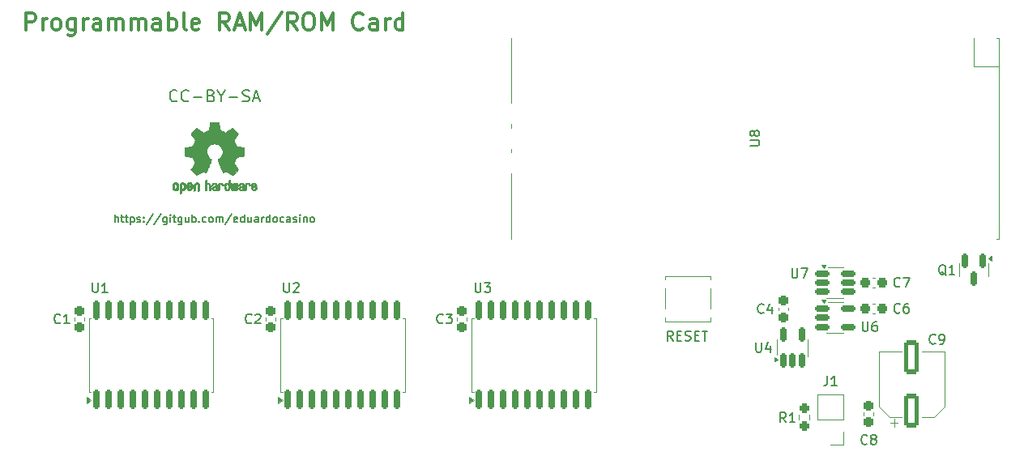
<source format=gbr>
%TF.GenerationSoftware,KiCad,Pcbnew,7.0.11*%
%TF.CreationDate,2024-03-06T22:05:36+01:00*%
%TF.ProjectId,kim-1-programmable-memory,6b696d2d-312d-4707-926f-6772616d6d61,rev?*%
%TF.SameCoordinates,Original*%
%TF.FileFunction,Legend,Top*%
%TF.FilePolarity,Positive*%
%FSLAX46Y46*%
G04 Gerber Fmt 4.6, Leading zero omitted, Abs format (unit mm)*
G04 Created by KiCad (PCBNEW 7.0.11) date 2024-03-06 22:05:36*
%MOMM*%
%LPD*%
G01*
G04 APERTURE LIST*
G04 Aperture macros list*
%AMRoundRect*
0 Rectangle with rounded corners*
0 $1 Rounding radius*
0 $2 $3 $4 $5 $6 $7 $8 $9 X,Y pos of 4 corners*
0 Add a 4 corners polygon primitive as box body*
4,1,4,$2,$3,$4,$5,$6,$7,$8,$9,$2,$3,0*
0 Add four circle primitives for the rounded corners*
1,1,$1+$1,$2,$3*
1,1,$1+$1,$4,$5*
1,1,$1+$1,$6,$7*
1,1,$1+$1,$8,$9*
0 Add four rect primitives between the rounded corners*
20,1,$1+$1,$2,$3,$4,$5,0*
20,1,$1+$1,$4,$5,$6,$7,0*
20,1,$1+$1,$6,$7,$8,$9,0*
20,1,$1+$1,$8,$9,$2,$3,0*%
G04 Aperture macros list end*
%ADD10C,0.150000*%
%ADD11C,0.200000*%
%ADD12C,0.300000*%
%ADD13C,0.120000*%
%ADD14C,0.010000*%
%ADD15R,1.700000X3.500000*%
%ADD16RoundRect,0.237500X0.237500X-0.300000X0.237500X0.300000X-0.237500X0.300000X-0.237500X-0.300000X0*%
%ADD17RoundRect,0.150000X0.150000X-0.875000X0.150000X0.875000X-0.150000X0.875000X-0.150000X-0.875000X0*%
%ADD18R,1.700000X1.700000*%
%ADD19O,1.700000X1.700000*%
%ADD20RoundRect,0.162500X-0.617500X-0.162500X0.617500X-0.162500X0.617500X0.162500X-0.617500X0.162500X0*%
%ADD21RoundRect,0.250000X0.550000X-1.500000X0.550000X1.500000X-0.550000X1.500000X-0.550000X-1.500000X0*%
%ADD22RoundRect,0.237500X0.300000X0.237500X-0.300000X0.237500X-0.300000X-0.237500X0.300000X-0.237500X0*%
%ADD23R,1.600000X1.400000*%
%ADD24RoundRect,0.237500X-0.237500X0.300000X-0.237500X-0.300000X0.237500X-0.300000X0.237500X0.300000X0*%
%ADD25RoundRect,0.150000X-0.150000X0.587500X-0.150000X-0.587500X0.150000X-0.587500X0.150000X0.587500X0*%
%ADD26RoundRect,0.162500X0.162500X-0.617500X0.162500X0.617500X-0.162500X0.617500X-0.162500X-0.617500X0*%
%ADD27RoundRect,0.237500X-0.237500X0.250000X-0.237500X-0.250000X0.237500X-0.250000X0.237500X0.250000X0*%
G04 APERTURE END LIST*
D10*
X65869998Y-131494295D02*
X65869998Y-130694295D01*
X66212855Y-131494295D02*
X66212855Y-131075247D01*
X66212855Y-131075247D02*
X66174760Y-130999057D01*
X66174760Y-130999057D02*
X66098569Y-130960961D01*
X66098569Y-130960961D02*
X65984283Y-130960961D01*
X65984283Y-130960961D02*
X65908093Y-130999057D01*
X65908093Y-130999057D02*
X65869998Y-131037152D01*
X66479522Y-130960961D02*
X66784284Y-130960961D01*
X66593808Y-130694295D02*
X66593808Y-131380009D01*
X66593808Y-131380009D02*
X66631903Y-131456200D01*
X66631903Y-131456200D02*
X66708093Y-131494295D01*
X66708093Y-131494295D02*
X66784284Y-131494295D01*
X66936665Y-130960961D02*
X67241427Y-130960961D01*
X67050951Y-130694295D02*
X67050951Y-131380009D01*
X67050951Y-131380009D02*
X67089046Y-131456200D01*
X67089046Y-131456200D02*
X67165236Y-131494295D01*
X67165236Y-131494295D02*
X67241427Y-131494295D01*
X67508094Y-130960961D02*
X67508094Y-131760961D01*
X67508094Y-130999057D02*
X67584284Y-130960961D01*
X67584284Y-130960961D02*
X67736665Y-130960961D01*
X67736665Y-130960961D02*
X67812856Y-130999057D01*
X67812856Y-130999057D02*
X67850951Y-131037152D01*
X67850951Y-131037152D02*
X67889046Y-131113342D01*
X67889046Y-131113342D02*
X67889046Y-131341914D01*
X67889046Y-131341914D02*
X67850951Y-131418104D01*
X67850951Y-131418104D02*
X67812856Y-131456200D01*
X67812856Y-131456200D02*
X67736665Y-131494295D01*
X67736665Y-131494295D02*
X67584284Y-131494295D01*
X67584284Y-131494295D02*
X67508094Y-131456200D01*
X68193808Y-131456200D02*
X68269999Y-131494295D01*
X68269999Y-131494295D02*
X68422380Y-131494295D01*
X68422380Y-131494295D02*
X68498570Y-131456200D01*
X68498570Y-131456200D02*
X68536666Y-131380009D01*
X68536666Y-131380009D02*
X68536666Y-131341914D01*
X68536666Y-131341914D02*
X68498570Y-131265723D01*
X68498570Y-131265723D02*
X68422380Y-131227628D01*
X68422380Y-131227628D02*
X68308094Y-131227628D01*
X68308094Y-131227628D02*
X68231904Y-131189533D01*
X68231904Y-131189533D02*
X68193808Y-131113342D01*
X68193808Y-131113342D02*
X68193808Y-131075247D01*
X68193808Y-131075247D02*
X68231904Y-130999057D01*
X68231904Y-130999057D02*
X68308094Y-130960961D01*
X68308094Y-130960961D02*
X68422380Y-130960961D01*
X68422380Y-130960961D02*
X68498570Y-130999057D01*
X68879523Y-131418104D02*
X68917618Y-131456200D01*
X68917618Y-131456200D02*
X68879523Y-131494295D01*
X68879523Y-131494295D02*
X68841427Y-131456200D01*
X68841427Y-131456200D02*
X68879523Y-131418104D01*
X68879523Y-131418104D02*
X68879523Y-131494295D01*
X68879523Y-130999057D02*
X68917618Y-131037152D01*
X68917618Y-131037152D02*
X68879523Y-131075247D01*
X68879523Y-131075247D02*
X68841427Y-131037152D01*
X68841427Y-131037152D02*
X68879523Y-130999057D01*
X68879523Y-130999057D02*
X68879523Y-131075247D01*
X69831903Y-130656200D02*
X69146189Y-131684771D01*
X70669998Y-130656200D02*
X69984284Y-131684771D01*
X71279522Y-130960961D02*
X71279522Y-131608580D01*
X71279522Y-131608580D02*
X71241427Y-131684771D01*
X71241427Y-131684771D02*
X71203331Y-131722866D01*
X71203331Y-131722866D02*
X71127141Y-131760961D01*
X71127141Y-131760961D02*
X71012855Y-131760961D01*
X71012855Y-131760961D02*
X70936665Y-131722866D01*
X71279522Y-131456200D02*
X71203331Y-131494295D01*
X71203331Y-131494295D02*
X71050950Y-131494295D01*
X71050950Y-131494295D02*
X70974760Y-131456200D01*
X70974760Y-131456200D02*
X70936665Y-131418104D01*
X70936665Y-131418104D02*
X70898569Y-131341914D01*
X70898569Y-131341914D02*
X70898569Y-131113342D01*
X70898569Y-131113342D02*
X70936665Y-131037152D01*
X70936665Y-131037152D02*
X70974760Y-130999057D01*
X70974760Y-130999057D02*
X71050950Y-130960961D01*
X71050950Y-130960961D02*
X71203331Y-130960961D01*
X71203331Y-130960961D02*
X71279522Y-130999057D01*
X71660475Y-131494295D02*
X71660475Y-130960961D01*
X71660475Y-130694295D02*
X71622379Y-130732390D01*
X71622379Y-130732390D02*
X71660475Y-130770485D01*
X71660475Y-130770485D02*
X71698570Y-130732390D01*
X71698570Y-130732390D02*
X71660475Y-130694295D01*
X71660475Y-130694295D02*
X71660475Y-130770485D01*
X71927141Y-130960961D02*
X72231903Y-130960961D01*
X72041427Y-130694295D02*
X72041427Y-131380009D01*
X72041427Y-131380009D02*
X72079522Y-131456200D01*
X72079522Y-131456200D02*
X72155712Y-131494295D01*
X72155712Y-131494295D02*
X72231903Y-131494295D01*
X72841427Y-130960961D02*
X72841427Y-131608580D01*
X72841427Y-131608580D02*
X72803332Y-131684771D01*
X72803332Y-131684771D02*
X72765236Y-131722866D01*
X72765236Y-131722866D02*
X72689046Y-131760961D01*
X72689046Y-131760961D02*
X72574760Y-131760961D01*
X72574760Y-131760961D02*
X72498570Y-131722866D01*
X72841427Y-131456200D02*
X72765236Y-131494295D01*
X72765236Y-131494295D02*
X72612855Y-131494295D01*
X72612855Y-131494295D02*
X72536665Y-131456200D01*
X72536665Y-131456200D02*
X72498570Y-131418104D01*
X72498570Y-131418104D02*
X72460474Y-131341914D01*
X72460474Y-131341914D02*
X72460474Y-131113342D01*
X72460474Y-131113342D02*
X72498570Y-131037152D01*
X72498570Y-131037152D02*
X72536665Y-130999057D01*
X72536665Y-130999057D02*
X72612855Y-130960961D01*
X72612855Y-130960961D02*
X72765236Y-130960961D01*
X72765236Y-130960961D02*
X72841427Y-130999057D01*
X73565237Y-130960961D02*
X73565237Y-131494295D01*
X73222380Y-130960961D02*
X73222380Y-131380009D01*
X73222380Y-131380009D02*
X73260475Y-131456200D01*
X73260475Y-131456200D02*
X73336665Y-131494295D01*
X73336665Y-131494295D02*
X73450951Y-131494295D01*
X73450951Y-131494295D02*
X73527142Y-131456200D01*
X73527142Y-131456200D02*
X73565237Y-131418104D01*
X73946190Y-131494295D02*
X73946190Y-130694295D01*
X73946190Y-130999057D02*
X74022380Y-130960961D01*
X74022380Y-130960961D02*
X74174761Y-130960961D01*
X74174761Y-130960961D02*
X74250952Y-130999057D01*
X74250952Y-130999057D02*
X74289047Y-131037152D01*
X74289047Y-131037152D02*
X74327142Y-131113342D01*
X74327142Y-131113342D02*
X74327142Y-131341914D01*
X74327142Y-131341914D02*
X74289047Y-131418104D01*
X74289047Y-131418104D02*
X74250952Y-131456200D01*
X74250952Y-131456200D02*
X74174761Y-131494295D01*
X74174761Y-131494295D02*
X74022380Y-131494295D01*
X74022380Y-131494295D02*
X73946190Y-131456200D01*
X74670000Y-131418104D02*
X74708095Y-131456200D01*
X74708095Y-131456200D02*
X74670000Y-131494295D01*
X74670000Y-131494295D02*
X74631904Y-131456200D01*
X74631904Y-131456200D02*
X74670000Y-131418104D01*
X74670000Y-131418104D02*
X74670000Y-131494295D01*
X75393809Y-131456200D02*
X75317618Y-131494295D01*
X75317618Y-131494295D02*
X75165237Y-131494295D01*
X75165237Y-131494295D02*
X75089047Y-131456200D01*
X75089047Y-131456200D02*
X75050952Y-131418104D01*
X75050952Y-131418104D02*
X75012856Y-131341914D01*
X75012856Y-131341914D02*
X75012856Y-131113342D01*
X75012856Y-131113342D02*
X75050952Y-131037152D01*
X75050952Y-131037152D02*
X75089047Y-130999057D01*
X75089047Y-130999057D02*
X75165237Y-130960961D01*
X75165237Y-130960961D02*
X75317618Y-130960961D01*
X75317618Y-130960961D02*
X75393809Y-130999057D01*
X75850951Y-131494295D02*
X75774761Y-131456200D01*
X75774761Y-131456200D02*
X75736666Y-131418104D01*
X75736666Y-131418104D02*
X75698570Y-131341914D01*
X75698570Y-131341914D02*
X75698570Y-131113342D01*
X75698570Y-131113342D02*
X75736666Y-131037152D01*
X75736666Y-131037152D02*
X75774761Y-130999057D01*
X75774761Y-130999057D02*
X75850951Y-130960961D01*
X75850951Y-130960961D02*
X75965237Y-130960961D01*
X75965237Y-130960961D02*
X76041428Y-130999057D01*
X76041428Y-130999057D02*
X76079523Y-131037152D01*
X76079523Y-131037152D02*
X76117618Y-131113342D01*
X76117618Y-131113342D02*
X76117618Y-131341914D01*
X76117618Y-131341914D02*
X76079523Y-131418104D01*
X76079523Y-131418104D02*
X76041428Y-131456200D01*
X76041428Y-131456200D02*
X75965237Y-131494295D01*
X75965237Y-131494295D02*
X75850951Y-131494295D01*
X76460476Y-131494295D02*
X76460476Y-130960961D01*
X76460476Y-131037152D02*
X76498571Y-130999057D01*
X76498571Y-130999057D02*
X76574761Y-130960961D01*
X76574761Y-130960961D02*
X76689047Y-130960961D01*
X76689047Y-130960961D02*
X76765238Y-130999057D01*
X76765238Y-130999057D02*
X76803333Y-131075247D01*
X76803333Y-131075247D02*
X76803333Y-131494295D01*
X76803333Y-131075247D02*
X76841428Y-130999057D01*
X76841428Y-130999057D02*
X76917619Y-130960961D01*
X76917619Y-130960961D02*
X77031904Y-130960961D01*
X77031904Y-130960961D02*
X77108095Y-130999057D01*
X77108095Y-130999057D02*
X77146190Y-131075247D01*
X77146190Y-131075247D02*
X77146190Y-131494295D01*
X78098571Y-130656200D02*
X77412857Y-131684771D01*
X78670000Y-131456200D02*
X78593809Y-131494295D01*
X78593809Y-131494295D02*
X78441428Y-131494295D01*
X78441428Y-131494295D02*
X78365238Y-131456200D01*
X78365238Y-131456200D02*
X78327142Y-131380009D01*
X78327142Y-131380009D02*
X78327142Y-131075247D01*
X78327142Y-131075247D02*
X78365238Y-130999057D01*
X78365238Y-130999057D02*
X78441428Y-130960961D01*
X78441428Y-130960961D02*
X78593809Y-130960961D01*
X78593809Y-130960961D02*
X78670000Y-130999057D01*
X78670000Y-130999057D02*
X78708095Y-131075247D01*
X78708095Y-131075247D02*
X78708095Y-131151438D01*
X78708095Y-131151438D02*
X78327142Y-131227628D01*
X79393809Y-131494295D02*
X79393809Y-130694295D01*
X79393809Y-131456200D02*
X79317618Y-131494295D01*
X79317618Y-131494295D02*
X79165237Y-131494295D01*
X79165237Y-131494295D02*
X79089047Y-131456200D01*
X79089047Y-131456200D02*
X79050952Y-131418104D01*
X79050952Y-131418104D02*
X79012856Y-131341914D01*
X79012856Y-131341914D02*
X79012856Y-131113342D01*
X79012856Y-131113342D02*
X79050952Y-131037152D01*
X79050952Y-131037152D02*
X79089047Y-130999057D01*
X79089047Y-130999057D02*
X79165237Y-130960961D01*
X79165237Y-130960961D02*
X79317618Y-130960961D01*
X79317618Y-130960961D02*
X79393809Y-130999057D01*
X80117619Y-130960961D02*
X80117619Y-131494295D01*
X79774762Y-130960961D02*
X79774762Y-131380009D01*
X79774762Y-131380009D02*
X79812857Y-131456200D01*
X79812857Y-131456200D02*
X79889047Y-131494295D01*
X79889047Y-131494295D02*
X80003333Y-131494295D01*
X80003333Y-131494295D02*
X80079524Y-131456200D01*
X80079524Y-131456200D02*
X80117619Y-131418104D01*
X80841429Y-131494295D02*
X80841429Y-131075247D01*
X80841429Y-131075247D02*
X80803334Y-130999057D01*
X80803334Y-130999057D02*
X80727143Y-130960961D01*
X80727143Y-130960961D02*
X80574762Y-130960961D01*
X80574762Y-130960961D02*
X80498572Y-130999057D01*
X80841429Y-131456200D02*
X80765238Y-131494295D01*
X80765238Y-131494295D02*
X80574762Y-131494295D01*
X80574762Y-131494295D02*
X80498572Y-131456200D01*
X80498572Y-131456200D02*
X80460476Y-131380009D01*
X80460476Y-131380009D02*
X80460476Y-131303819D01*
X80460476Y-131303819D02*
X80498572Y-131227628D01*
X80498572Y-131227628D02*
X80574762Y-131189533D01*
X80574762Y-131189533D02*
X80765238Y-131189533D01*
X80765238Y-131189533D02*
X80841429Y-131151438D01*
X81222382Y-131494295D02*
X81222382Y-130960961D01*
X81222382Y-131113342D02*
X81260477Y-131037152D01*
X81260477Y-131037152D02*
X81298572Y-130999057D01*
X81298572Y-130999057D02*
X81374763Y-130960961D01*
X81374763Y-130960961D02*
X81450953Y-130960961D01*
X82060477Y-131494295D02*
X82060477Y-130694295D01*
X82060477Y-131456200D02*
X81984286Y-131494295D01*
X81984286Y-131494295D02*
X81831905Y-131494295D01*
X81831905Y-131494295D02*
X81755715Y-131456200D01*
X81755715Y-131456200D02*
X81717620Y-131418104D01*
X81717620Y-131418104D02*
X81679524Y-131341914D01*
X81679524Y-131341914D02*
X81679524Y-131113342D01*
X81679524Y-131113342D02*
X81717620Y-131037152D01*
X81717620Y-131037152D02*
X81755715Y-130999057D01*
X81755715Y-130999057D02*
X81831905Y-130960961D01*
X81831905Y-130960961D02*
X81984286Y-130960961D01*
X81984286Y-130960961D02*
X82060477Y-130999057D01*
X82555715Y-131494295D02*
X82479525Y-131456200D01*
X82479525Y-131456200D02*
X82441430Y-131418104D01*
X82441430Y-131418104D02*
X82403334Y-131341914D01*
X82403334Y-131341914D02*
X82403334Y-131113342D01*
X82403334Y-131113342D02*
X82441430Y-131037152D01*
X82441430Y-131037152D02*
X82479525Y-130999057D01*
X82479525Y-130999057D02*
X82555715Y-130960961D01*
X82555715Y-130960961D02*
X82670001Y-130960961D01*
X82670001Y-130960961D02*
X82746192Y-130999057D01*
X82746192Y-130999057D02*
X82784287Y-131037152D01*
X82784287Y-131037152D02*
X82822382Y-131113342D01*
X82822382Y-131113342D02*
X82822382Y-131341914D01*
X82822382Y-131341914D02*
X82784287Y-131418104D01*
X82784287Y-131418104D02*
X82746192Y-131456200D01*
X82746192Y-131456200D02*
X82670001Y-131494295D01*
X82670001Y-131494295D02*
X82555715Y-131494295D01*
X83508097Y-131456200D02*
X83431906Y-131494295D01*
X83431906Y-131494295D02*
X83279525Y-131494295D01*
X83279525Y-131494295D02*
X83203335Y-131456200D01*
X83203335Y-131456200D02*
X83165240Y-131418104D01*
X83165240Y-131418104D02*
X83127144Y-131341914D01*
X83127144Y-131341914D02*
X83127144Y-131113342D01*
X83127144Y-131113342D02*
X83165240Y-131037152D01*
X83165240Y-131037152D02*
X83203335Y-130999057D01*
X83203335Y-130999057D02*
X83279525Y-130960961D01*
X83279525Y-130960961D02*
X83431906Y-130960961D01*
X83431906Y-130960961D02*
X83508097Y-130999057D01*
X84193811Y-131494295D02*
X84193811Y-131075247D01*
X84193811Y-131075247D02*
X84155716Y-130999057D01*
X84155716Y-130999057D02*
X84079525Y-130960961D01*
X84079525Y-130960961D02*
X83927144Y-130960961D01*
X83927144Y-130960961D02*
X83850954Y-130999057D01*
X84193811Y-131456200D02*
X84117620Y-131494295D01*
X84117620Y-131494295D02*
X83927144Y-131494295D01*
X83927144Y-131494295D02*
X83850954Y-131456200D01*
X83850954Y-131456200D02*
X83812858Y-131380009D01*
X83812858Y-131380009D02*
X83812858Y-131303819D01*
X83812858Y-131303819D02*
X83850954Y-131227628D01*
X83850954Y-131227628D02*
X83927144Y-131189533D01*
X83927144Y-131189533D02*
X84117620Y-131189533D01*
X84117620Y-131189533D02*
X84193811Y-131151438D01*
X84536668Y-131456200D02*
X84612859Y-131494295D01*
X84612859Y-131494295D02*
X84765240Y-131494295D01*
X84765240Y-131494295D02*
X84841430Y-131456200D01*
X84841430Y-131456200D02*
X84879526Y-131380009D01*
X84879526Y-131380009D02*
X84879526Y-131341914D01*
X84879526Y-131341914D02*
X84841430Y-131265723D01*
X84841430Y-131265723D02*
X84765240Y-131227628D01*
X84765240Y-131227628D02*
X84650954Y-131227628D01*
X84650954Y-131227628D02*
X84574764Y-131189533D01*
X84574764Y-131189533D02*
X84536668Y-131113342D01*
X84536668Y-131113342D02*
X84536668Y-131075247D01*
X84536668Y-131075247D02*
X84574764Y-130999057D01*
X84574764Y-130999057D02*
X84650954Y-130960961D01*
X84650954Y-130960961D02*
X84765240Y-130960961D01*
X84765240Y-130960961D02*
X84841430Y-130999057D01*
X85222383Y-131494295D02*
X85222383Y-130960961D01*
X85222383Y-130694295D02*
X85184287Y-130732390D01*
X85184287Y-130732390D02*
X85222383Y-130770485D01*
X85222383Y-130770485D02*
X85260478Y-130732390D01*
X85260478Y-130732390D02*
X85222383Y-130694295D01*
X85222383Y-130694295D02*
X85222383Y-130770485D01*
X85603335Y-130960961D02*
X85603335Y-131494295D01*
X85603335Y-131037152D02*
X85641430Y-130999057D01*
X85641430Y-130999057D02*
X85717620Y-130960961D01*
X85717620Y-130960961D02*
X85831906Y-130960961D01*
X85831906Y-130960961D02*
X85908097Y-130999057D01*
X85908097Y-130999057D02*
X85946192Y-131075247D01*
X85946192Y-131075247D02*
X85946192Y-131494295D01*
X86441430Y-131494295D02*
X86365240Y-131456200D01*
X86365240Y-131456200D02*
X86327145Y-131418104D01*
X86327145Y-131418104D02*
X86289049Y-131341914D01*
X86289049Y-131341914D02*
X86289049Y-131113342D01*
X86289049Y-131113342D02*
X86327145Y-131037152D01*
X86327145Y-131037152D02*
X86365240Y-130999057D01*
X86365240Y-130999057D02*
X86441430Y-130960961D01*
X86441430Y-130960961D02*
X86555716Y-130960961D01*
X86555716Y-130960961D02*
X86631907Y-130999057D01*
X86631907Y-130999057D02*
X86670002Y-131037152D01*
X86670002Y-131037152D02*
X86708097Y-131113342D01*
X86708097Y-131113342D02*
X86708097Y-131341914D01*
X86708097Y-131341914D02*
X86670002Y-131418104D01*
X86670002Y-131418104D02*
X86631907Y-131456200D01*
X86631907Y-131456200D02*
X86555716Y-131494295D01*
X86555716Y-131494295D02*
X86441430Y-131494295D01*
D11*
X72355715Y-118758457D02*
X72298572Y-118815600D01*
X72298572Y-118815600D02*
X72127144Y-118872742D01*
X72127144Y-118872742D02*
X72012858Y-118872742D01*
X72012858Y-118872742D02*
X71841429Y-118815600D01*
X71841429Y-118815600D02*
X71727144Y-118701314D01*
X71727144Y-118701314D02*
X71670001Y-118587028D01*
X71670001Y-118587028D02*
X71612858Y-118358457D01*
X71612858Y-118358457D02*
X71612858Y-118187028D01*
X71612858Y-118187028D02*
X71670001Y-117958457D01*
X71670001Y-117958457D02*
X71727144Y-117844171D01*
X71727144Y-117844171D02*
X71841429Y-117729885D01*
X71841429Y-117729885D02*
X72012858Y-117672742D01*
X72012858Y-117672742D02*
X72127144Y-117672742D01*
X72127144Y-117672742D02*
X72298572Y-117729885D01*
X72298572Y-117729885D02*
X72355715Y-117787028D01*
X73555715Y-118758457D02*
X73498572Y-118815600D01*
X73498572Y-118815600D02*
X73327144Y-118872742D01*
X73327144Y-118872742D02*
X73212858Y-118872742D01*
X73212858Y-118872742D02*
X73041429Y-118815600D01*
X73041429Y-118815600D02*
X72927144Y-118701314D01*
X72927144Y-118701314D02*
X72870001Y-118587028D01*
X72870001Y-118587028D02*
X72812858Y-118358457D01*
X72812858Y-118358457D02*
X72812858Y-118187028D01*
X72812858Y-118187028D02*
X72870001Y-117958457D01*
X72870001Y-117958457D02*
X72927144Y-117844171D01*
X72927144Y-117844171D02*
X73041429Y-117729885D01*
X73041429Y-117729885D02*
X73212858Y-117672742D01*
X73212858Y-117672742D02*
X73327144Y-117672742D01*
X73327144Y-117672742D02*
X73498572Y-117729885D01*
X73498572Y-117729885D02*
X73555715Y-117787028D01*
X74070001Y-118415600D02*
X74984287Y-118415600D01*
X75955715Y-118244171D02*
X76127143Y-118301314D01*
X76127143Y-118301314D02*
X76184286Y-118358457D01*
X76184286Y-118358457D02*
X76241429Y-118472742D01*
X76241429Y-118472742D02*
X76241429Y-118644171D01*
X76241429Y-118644171D02*
X76184286Y-118758457D01*
X76184286Y-118758457D02*
X76127143Y-118815600D01*
X76127143Y-118815600D02*
X76012858Y-118872742D01*
X76012858Y-118872742D02*
X75555715Y-118872742D01*
X75555715Y-118872742D02*
X75555715Y-117672742D01*
X75555715Y-117672742D02*
X75955715Y-117672742D01*
X75955715Y-117672742D02*
X76070001Y-117729885D01*
X76070001Y-117729885D02*
X76127143Y-117787028D01*
X76127143Y-117787028D02*
X76184286Y-117901314D01*
X76184286Y-117901314D02*
X76184286Y-118015600D01*
X76184286Y-118015600D02*
X76127143Y-118129885D01*
X76127143Y-118129885D02*
X76070001Y-118187028D01*
X76070001Y-118187028D02*
X75955715Y-118244171D01*
X75955715Y-118244171D02*
X75555715Y-118244171D01*
X76984286Y-118301314D02*
X76984286Y-118872742D01*
X76584286Y-117672742D02*
X76984286Y-118301314D01*
X76984286Y-118301314D02*
X77384286Y-117672742D01*
X77784286Y-118415600D02*
X78698572Y-118415600D01*
X79212857Y-118815600D02*
X79384286Y-118872742D01*
X79384286Y-118872742D02*
X79670000Y-118872742D01*
X79670000Y-118872742D02*
X79784286Y-118815600D01*
X79784286Y-118815600D02*
X79841428Y-118758457D01*
X79841428Y-118758457D02*
X79898571Y-118644171D01*
X79898571Y-118644171D02*
X79898571Y-118529885D01*
X79898571Y-118529885D02*
X79841428Y-118415600D01*
X79841428Y-118415600D02*
X79784286Y-118358457D01*
X79784286Y-118358457D02*
X79670000Y-118301314D01*
X79670000Y-118301314D02*
X79441428Y-118244171D01*
X79441428Y-118244171D02*
X79327143Y-118187028D01*
X79327143Y-118187028D02*
X79270000Y-118129885D01*
X79270000Y-118129885D02*
X79212857Y-118015600D01*
X79212857Y-118015600D02*
X79212857Y-117901314D01*
X79212857Y-117901314D02*
X79270000Y-117787028D01*
X79270000Y-117787028D02*
X79327143Y-117729885D01*
X79327143Y-117729885D02*
X79441428Y-117672742D01*
X79441428Y-117672742D02*
X79727143Y-117672742D01*
X79727143Y-117672742D02*
X79898571Y-117729885D01*
X80355714Y-118529885D02*
X80927143Y-118529885D01*
X80241428Y-118872742D02*
X80641428Y-117672742D01*
X80641428Y-117672742D02*
X81041428Y-118872742D01*
D12*
X56561669Y-111410234D02*
X56561669Y-109660234D01*
X56561669Y-109660234D02*
X57228336Y-109660234D01*
X57228336Y-109660234D02*
X57395003Y-109743567D01*
X57395003Y-109743567D02*
X57478336Y-109826901D01*
X57478336Y-109826901D02*
X57561669Y-109993567D01*
X57561669Y-109993567D02*
X57561669Y-110243567D01*
X57561669Y-110243567D02*
X57478336Y-110410234D01*
X57478336Y-110410234D02*
X57395003Y-110493567D01*
X57395003Y-110493567D02*
X57228336Y-110576901D01*
X57228336Y-110576901D02*
X56561669Y-110576901D01*
X58311669Y-111410234D02*
X58311669Y-110243567D01*
X58311669Y-110576901D02*
X58395003Y-110410234D01*
X58395003Y-110410234D02*
X58478336Y-110326901D01*
X58478336Y-110326901D02*
X58645003Y-110243567D01*
X58645003Y-110243567D02*
X58811669Y-110243567D01*
X59645002Y-111410234D02*
X59478336Y-111326901D01*
X59478336Y-111326901D02*
X59395002Y-111243567D01*
X59395002Y-111243567D02*
X59311669Y-111076901D01*
X59311669Y-111076901D02*
X59311669Y-110576901D01*
X59311669Y-110576901D02*
X59395002Y-110410234D01*
X59395002Y-110410234D02*
X59478336Y-110326901D01*
X59478336Y-110326901D02*
X59645002Y-110243567D01*
X59645002Y-110243567D02*
X59895002Y-110243567D01*
X59895002Y-110243567D02*
X60061669Y-110326901D01*
X60061669Y-110326901D02*
X60145002Y-110410234D01*
X60145002Y-110410234D02*
X60228336Y-110576901D01*
X60228336Y-110576901D02*
X60228336Y-111076901D01*
X60228336Y-111076901D02*
X60145002Y-111243567D01*
X60145002Y-111243567D02*
X60061669Y-111326901D01*
X60061669Y-111326901D02*
X59895002Y-111410234D01*
X59895002Y-111410234D02*
X59645002Y-111410234D01*
X61728335Y-110243567D02*
X61728335Y-111660234D01*
X61728335Y-111660234D02*
X61645002Y-111826901D01*
X61645002Y-111826901D02*
X61561669Y-111910234D01*
X61561669Y-111910234D02*
X61395002Y-111993567D01*
X61395002Y-111993567D02*
X61145002Y-111993567D01*
X61145002Y-111993567D02*
X60978335Y-111910234D01*
X61728335Y-111326901D02*
X61561669Y-111410234D01*
X61561669Y-111410234D02*
X61228335Y-111410234D01*
X61228335Y-111410234D02*
X61061669Y-111326901D01*
X61061669Y-111326901D02*
X60978335Y-111243567D01*
X60978335Y-111243567D02*
X60895002Y-111076901D01*
X60895002Y-111076901D02*
X60895002Y-110576901D01*
X60895002Y-110576901D02*
X60978335Y-110410234D01*
X60978335Y-110410234D02*
X61061669Y-110326901D01*
X61061669Y-110326901D02*
X61228335Y-110243567D01*
X61228335Y-110243567D02*
X61561669Y-110243567D01*
X61561669Y-110243567D02*
X61728335Y-110326901D01*
X62561668Y-111410234D02*
X62561668Y-110243567D01*
X62561668Y-110576901D02*
X62645002Y-110410234D01*
X62645002Y-110410234D02*
X62728335Y-110326901D01*
X62728335Y-110326901D02*
X62895002Y-110243567D01*
X62895002Y-110243567D02*
X63061668Y-110243567D01*
X64395001Y-111410234D02*
X64395001Y-110493567D01*
X64395001Y-110493567D02*
X64311668Y-110326901D01*
X64311668Y-110326901D02*
X64145001Y-110243567D01*
X64145001Y-110243567D02*
X63811668Y-110243567D01*
X63811668Y-110243567D02*
X63645001Y-110326901D01*
X64395001Y-111326901D02*
X64228335Y-111410234D01*
X64228335Y-111410234D02*
X63811668Y-111410234D01*
X63811668Y-111410234D02*
X63645001Y-111326901D01*
X63645001Y-111326901D02*
X63561668Y-111160234D01*
X63561668Y-111160234D02*
X63561668Y-110993567D01*
X63561668Y-110993567D02*
X63645001Y-110826901D01*
X63645001Y-110826901D02*
X63811668Y-110743567D01*
X63811668Y-110743567D02*
X64228335Y-110743567D01*
X64228335Y-110743567D02*
X64395001Y-110660234D01*
X65228334Y-111410234D02*
X65228334Y-110243567D01*
X65228334Y-110410234D02*
X65311668Y-110326901D01*
X65311668Y-110326901D02*
X65478334Y-110243567D01*
X65478334Y-110243567D02*
X65728334Y-110243567D01*
X65728334Y-110243567D02*
X65895001Y-110326901D01*
X65895001Y-110326901D02*
X65978334Y-110493567D01*
X65978334Y-110493567D02*
X65978334Y-111410234D01*
X65978334Y-110493567D02*
X66061668Y-110326901D01*
X66061668Y-110326901D02*
X66228334Y-110243567D01*
X66228334Y-110243567D02*
X66478334Y-110243567D01*
X66478334Y-110243567D02*
X66645001Y-110326901D01*
X66645001Y-110326901D02*
X66728334Y-110493567D01*
X66728334Y-110493567D02*
X66728334Y-111410234D01*
X67561667Y-111410234D02*
X67561667Y-110243567D01*
X67561667Y-110410234D02*
X67645001Y-110326901D01*
X67645001Y-110326901D02*
X67811667Y-110243567D01*
X67811667Y-110243567D02*
X68061667Y-110243567D01*
X68061667Y-110243567D02*
X68228334Y-110326901D01*
X68228334Y-110326901D02*
X68311667Y-110493567D01*
X68311667Y-110493567D02*
X68311667Y-111410234D01*
X68311667Y-110493567D02*
X68395001Y-110326901D01*
X68395001Y-110326901D02*
X68561667Y-110243567D01*
X68561667Y-110243567D02*
X68811667Y-110243567D01*
X68811667Y-110243567D02*
X68978334Y-110326901D01*
X68978334Y-110326901D02*
X69061667Y-110493567D01*
X69061667Y-110493567D02*
X69061667Y-111410234D01*
X70645000Y-111410234D02*
X70645000Y-110493567D01*
X70645000Y-110493567D02*
X70561667Y-110326901D01*
X70561667Y-110326901D02*
X70395000Y-110243567D01*
X70395000Y-110243567D02*
X70061667Y-110243567D01*
X70061667Y-110243567D02*
X69895000Y-110326901D01*
X70645000Y-111326901D02*
X70478334Y-111410234D01*
X70478334Y-111410234D02*
X70061667Y-111410234D01*
X70061667Y-111410234D02*
X69895000Y-111326901D01*
X69895000Y-111326901D02*
X69811667Y-111160234D01*
X69811667Y-111160234D02*
X69811667Y-110993567D01*
X69811667Y-110993567D02*
X69895000Y-110826901D01*
X69895000Y-110826901D02*
X70061667Y-110743567D01*
X70061667Y-110743567D02*
X70478334Y-110743567D01*
X70478334Y-110743567D02*
X70645000Y-110660234D01*
X71478333Y-111410234D02*
X71478333Y-109660234D01*
X71478333Y-110326901D02*
X71645000Y-110243567D01*
X71645000Y-110243567D02*
X71978333Y-110243567D01*
X71978333Y-110243567D02*
X72145000Y-110326901D01*
X72145000Y-110326901D02*
X72228333Y-110410234D01*
X72228333Y-110410234D02*
X72311667Y-110576901D01*
X72311667Y-110576901D02*
X72311667Y-111076901D01*
X72311667Y-111076901D02*
X72228333Y-111243567D01*
X72228333Y-111243567D02*
X72145000Y-111326901D01*
X72145000Y-111326901D02*
X71978333Y-111410234D01*
X71978333Y-111410234D02*
X71645000Y-111410234D01*
X71645000Y-111410234D02*
X71478333Y-111326901D01*
X73311666Y-111410234D02*
X73145000Y-111326901D01*
X73145000Y-111326901D02*
X73061666Y-111160234D01*
X73061666Y-111160234D02*
X73061666Y-109660234D01*
X74645000Y-111326901D02*
X74478333Y-111410234D01*
X74478333Y-111410234D02*
X74145000Y-111410234D01*
X74145000Y-111410234D02*
X73978333Y-111326901D01*
X73978333Y-111326901D02*
X73895000Y-111160234D01*
X73895000Y-111160234D02*
X73895000Y-110493567D01*
X73895000Y-110493567D02*
X73978333Y-110326901D01*
X73978333Y-110326901D02*
X74145000Y-110243567D01*
X74145000Y-110243567D02*
X74478333Y-110243567D01*
X74478333Y-110243567D02*
X74645000Y-110326901D01*
X74645000Y-110326901D02*
X74728333Y-110493567D01*
X74728333Y-110493567D02*
X74728333Y-110660234D01*
X74728333Y-110660234D02*
X73895000Y-110826901D01*
X77811666Y-111410234D02*
X77228333Y-110576901D01*
X76811666Y-111410234D02*
X76811666Y-109660234D01*
X76811666Y-109660234D02*
X77478333Y-109660234D01*
X77478333Y-109660234D02*
X77645000Y-109743567D01*
X77645000Y-109743567D02*
X77728333Y-109826901D01*
X77728333Y-109826901D02*
X77811666Y-109993567D01*
X77811666Y-109993567D02*
X77811666Y-110243567D01*
X77811666Y-110243567D02*
X77728333Y-110410234D01*
X77728333Y-110410234D02*
X77645000Y-110493567D01*
X77645000Y-110493567D02*
X77478333Y-110576901D01*
X77478333Y-110576901D02*
X76811666Y-110576901D01*
X78478333Y-110910234D02*
X79311666Y-110910234D01*
X78311666Y-111410234D02*
X78895000Y-109660234D01*
X78895000Y-109660234D02*
X79478333Y-111410234D01*
X80061666Y-111410234D02*
X80061666Y-109660234D01*
X80061666Y-109660234D02*
X80645000Y-110910234D01*
X80645000Y-110910234D02*
X81228333Y-109660234D01*
X81228333Y-109660234D02*
X81228333Y-111410234D01*
X83311666Y-109576901D02*
X81811666Y-111826901D01*
X84894999Y-111410234D02*
X84311666Y-110576901D01*
X83894999Y-111410234D02*
X83894999Y-109660234D01*
X83894999Y-109660234D02*
X84561666Y-109660234D01*
X84561666Y-109660234D02*
X84728333Y-109743567D01*
X84728333Y-109743567D02*
X84811666Y-109826901D01*
X84811666Y-109826901D02*
X84894999Y-109993567D01*
X84894999Y-109993567D02*
X84894999Y-110243567D01*
X84894999Y-110243567D02*
X84811666Y-110410234D01*
X84811666Y-110410234D02*
X84728333Y-110493567D01*
X84728333Y-110493567D02*
X84561666Y-110576901D01*
X84561666Y-110576901D02*
X83894999Y-110576901D01*
X85978333Y-109660234D02*
X86311666Y-109660234D01*
X86311666Y-109660234D02*
X86478333Y-109743567D01*
X86478333Y-109743567D02*
X86644999Y-109910234D01*
X86644999Y-109910234D02*
X86728333Y-110243567D01*
X86728333Y-110243567D02*
X86728333Y-110826901D01*
X86728333Y-110826901D02*
X86644999Y-111160234D01*
X86644999Y-111160234D02*
X86478333Y-111326901D01*
X86478333Y-111326901D02*
X86311666Y-111410234D01*
X86311666Y-111410234D02*
X85978333Y-111410234D01*
X85978333Y-111410234D02*
X85811666Y-111326901D01*
X85811666Y-111326901D02*
X85644999Y-111160234D01*
X85644999Y-111160234D02*
X85561666Y-110826901D01*
X85561666Y-110826901D02*
X85561666Y-110243567D01*
X85561666Y-110243567D02*
X85644999Y-109910234D01*
X85644999Y-109910234D02*
X85811666Y-109743567D01*
X85811666Y-109743567D02*
X85978333Y-109660234D01*
X87478332Y-111410234D02*
X87478332Y-109660234D01*
X87478332Y-109660234D02*
X88061666Y-110910234D01*
X88061666Y-110910234D02*
X88644999Y-109660234D01*
X88644999Y-109660234D02*
X88644999Y-111410234D01*
X91811665Y-111243567D02*
X91728332Y-111326901D01*
X91728332Y-111326901D02*
X91478332Y-111410234D01*
X91478332Y-111410234D02*
X91311665Y-111410234D01*
X91311665Y-111410234D02*
X91061665Y-111326901D01*
X91061665Y-111326901D02*
X90894999Y-111160234D01*
X90894999Y-111160234D02*
X90811665Y-110993567D01*
X90811665Y-110993567D02*
X90728332Y-110660234D01*
X90728332Y-110660234D02*
X90728332Y-110410234D01*
X90728332Y-110410234D02*
X90811665Y-110076901D01*
X90811665Y-110076901D02*
X90894999Y-109910234D01*
X90894999Y-109910234D02*
X91061665Y-109743567D01*
X91061665Y-109743567D02*
X91311665Y-109660234D01*
X91311665Y-109660234D02*
X91478332Y-109660234D01*
X91478332Y-109660234D02*
X91728332Y-109743567D01*
X91728332Y-109743567D02*
X91811665Y-109826901D01*
X93311665Y-111410234D02*
X93311665Y-110493567D01*
X93311665Y-110493567D02*
X93228332Y-110326901D01*
X93228332Y-110326901D02*
X93061665Y-110243567D01*
X93061665Y-110243567D02*
X92728332Y-110243567D01*
X92728332Y-110243567D02*
X92561665Y-110326901D01*
X93311665Y-111326901D02*
X93144999Y-111410234D01*
X93144999Y-111410234D02*
X92728332Y-111410234D01*
X92728332Y-111410234D02*
X92561665Y-111326901D01*
X92561665Y-111326901D02*
X92478332Y-111160234D01*
X92478332Y-111160234D02*
X92478332Y-110993567D01*
X92478332Y-110993567D02*
X92561665Y-110826901D01*
X92561665Y-110826901D02*
X92728332Y-110743567D01*
X92728332Y-110743567D02*
X93144999Y-110743567D01*
X93144999Y-110743567D02*
X93311665Y-110660234D01*
X94144998Y-111410234D02*
X94144998Y-110243567D01*
X94144998Y-110576901D02*
X94228332Y-110410234D01*
X94228332Y-110410234D02*
X94311665Y-110326901D01*
X94311665Y-110326901D02*
X94478332Y-110243567D01*
X94478332Y-110243567D02*
X94644998Y-110243567D01*
X95978331Y-111410234D02*
X95978331Y-109660234D01*
X95978331Y-111326901D02*
X95811665Y-111410234D01*
X95811665Y-111410234D02*
X95478331Y-111410234D01*
X95478331Y-111410234D02*
X95311665Y-111326901D01*
X95311665Y-111326901D02*
X95228331Y-111243567D01*
X95228331Y-111243567D02*
X95144998Y-111076901D01*
X95144998Y-111076901D02*
X95144998Y-110576901D01*
X95144998Y-110576901D02*
X95228331Y-110410234D01*
X95228331Y-110410234D02*
X95311665Y-110326901D01*
X95311665Y-110326901D02*
X95478331Y-110243567D01*
X95478331Y-110243567D02*
X95811665Y-110243567D01*
X95811665Y-110243567D02*
X95978331Y-110326901D01*
D10*
X132222319Y-123479404D02*
X133031842Y-123479404D01*
X133031842Y-123479404D02*
X133127080Y-123431785D01*
X133127080Y-123431785D02*
X133174700Y-123384166D01*
X133174700Y-123384166D02*
X133222319Y-123288928D01*
X133222319Y-123288928D02*
X133222319Y-123098452D01*
X133222319Y-123098452D02*
X133174700Y-123003214D01*
X133174700Y-123003214D02*
X133127080Y-122955595D01*
X133127080Y-122955595D02*
X133031842Y-122907976D01*
X133031842Y-122907976D02*
X132222319Y-122907976D01*
X132650890Y-122288928D02*
X132603271Y-122384166D01*
X132603271Y-122384166D02*
X132555652Y-122431785D01*
X132555652Y-122431785D02*
X132460414Y-122479404D01*
X132460414Y-122479404D02*
X132412795Y-122479404D01*
X132412795Y-122479404D02*
X132317557Y-122431785D01*
X132317557Y-122431785D02*
X132269938Y-122384166D01*
X132269938Y-122384166D02*
X132222319Y-122288928D01*
X132222319Y-122288928D02*
X132222319Y-122098452D01*
X132222319Y-122098452D02*
X132269938Y-122003214D01*
X132269938Y-122003214D02*
X132317557Y-121955595D01*
X132317557Y-121955595D02*
X132412795Y-121907976D01*
X132412795Y-121907976D02*
X132460414Y-121907976D01*
X132460414Y-121907976D02*
X132555652Y-121955595D01*
X132555652Y-121955595D02*
X132603271Y-122003214D01*
X132603271Y-122003214D02*
X132650890Y-122098452D01*
X132650890Y-122098452D02*
X132650890Y-122288928D01*
X132650890Y-122288928D02*
X132698509Y-122384166D01*
X132698509Y-122384166D02*
X132746128Y-122431785D01*
X132746128Y-122431785D02*
X132841366Y-122479404D01*
X132841366Y-122479404D02*
X133031842Y-122479404D01*
X133031842Y-122479404D02*
X133127080Y-122431785D01*
X133127080Y-122431785D02*
X133174700Y-122384166D01*
X133174700Y-122384166D02*
X133222319Y-122288928D01*
X133222319Y-122288928D02*
X133222319Y-122098452D01*
X133222319Y-122098452D02*
X133174700Y-122003214D01*
X133174700Y-122003214D02*
X133127080Y-121955595D01*
X133127080Y-121955595D02*
X133031842Y-121907976D01*
X133031842Y-121907976D02*
X132841366Y-121907976D01*
X132841366Y-121907976D02*
X132746128Y-121955595D01*
X132746128Y-121955595D02*
X132698509Y-122003214D01*
X132698509Y-122003214D02*
X132650890Y-122098452D01*
X100153333Y-141989580D02*
X100105714Y-142037200D01*
X100105714Y-142037200D02*
X99962857Y-142084819D01*
X99962857Y-142084819D02*
X99867619Y-142084819D01*
X99867619Y-142084819D02*
X99724762Y-142037200D01*
X99724762Y-142037200D02*
X99629524Y-141941961D01*
X99629524Y-141941961D02*
X99581905Y-141846723D01*
X99581905Y-141846723D02*
X99534286Y-141656247D01*
X99534286Y-141656247D02*
X99534286Y-141513390D01*
X99534286Y-141513390D02*
X99581905Y-141322914D01*
X99581905Y-141322914D02*
X99629524Y-141227676D01*
X99629524Y-141227676D02*
X99724762Y-141132438D01*
X99724762Y-141132438D02*
X99867619Y-141084819D01*
X99867619Y-141084819D02*
X99962857Y-141084819D01*
X99962857Y-141084819D02*
X100105714Y-141132438D01*
X100105714Y-141132438D02*
X100153333Y-141180057D01*
X100486667Y-141084819D02*
X101105714Y-141084819D01*
X101105714Y-141084819D02*
X100772381Y-141465771D01*
X100772381Y-141465771D02*
X100915238Y-141465771D01*
X100915238Y-141465771D02*
X101010476Y-141513390D01*
X101010476Y-141513390D02*
X101058095Y-141561009D01*
X101058095Y-141561009D02*
X101105714Y-141656247D01*
X101105714Y-141656247D02*
X101105714Y-141894342D01*
X101105714Y-141894342D02*
X101058095Y-141989580D01*
X101058095Y-141989580D02*
X101010476Y-142037200D01*
X101010476Y-142037200D02*
X100915238Y-142084819D01*
X100915238Y-142084819D02*
X100629524Y-142084819D01*
X100629524Y-142084819D02*
X100534286Y-142037200D01*
X100534286Y-142037200D02*
X100486667Y-141989580D01*
X103538095Y-137834819D02*
X103538095Y-138644342D01*
X103538095Y-138644342D02*
X103585714Y-138739580D01*
X103585714Y-138739580D02*
X103633333Y-138787200D01*
X103633333Y-138787200D02*
X103728571Y-138834819D01*
X103728571Y-138834819D02*
X103919047Y-138834819D01*
X103919047Y-138834819D02*
X104014285Y-138787200D01*
X104014285Y-138787200D02*
X104061904Y-138739580D01*
X104061904Y-138739580D02*
X104109523Y-138644342D01*
X104109523Y-138644342D02*
X104109523Y-137834819D01*
X104490476Y-137834819D02*
X105109523Y-137834819D01*
X105109523Y-137834819D02*
X104776190Y-138215771D01*
X104776190Y-138215771D02*
X104919047Y-138215771D01*
X104919047Y-138215771D02*
X105014285Y-138263390D01*
X105014285Y-138263390D02*
X105061904Y-138311009D01*
X105061904Y-138311009D02*
X105109523Y-138406247D01*
X105109523Y-138406247D02*
X105109523Y-138644342D01*
X105109523Y-138644342D02*
X105061904Y-138739580D01*
X105061904Y-138739580D02*
X105014285Y-138787200D01*
X105014285Y-138787200D02*
X104919047Y-138834819D01*
X104919047Y-138834819D02*
X104633333Y-138834819D01*
X104633333Y-138834819D02*
X104538095Y-138787200D01*
X104538095Y-138787200D02*
X104490476Y-138739580D01*
X140316666Y-147574819D02*
X140316666Y-148289104D01*
X140316666Y-148289104D02*
X140269047Y-148431961D01*
X140269047Y-148431961D02*
X140173809Y-148527200D01*
X140173809Y-148527200D02*
X140030952Y-148574819D01*
X140030952Y-148574819D02*
X139935714Y-148574819D01*
X141316666Y-148574819D02*
X140745238Y-148574819D01*
X141030952Y-148574819D02*
X141030952Y-147574819D01*
X141030952Y-147574819D02*
X140935714Y-147717676D01*
X140935714Y-147717676D02*
X140840476Y-147812914D01*
X140840476Y-147812914D02*
X140745238Y-147860533D01*
X83538095Y-137834819D02*
X83538095Y-138644342D01*
X83538095Y-138644342D02*
X83585714Y-138739580D01*
X83585714Y-138739580D02*
X83633333Y-138787200D01*
X83633333Y-138787200D02*
X83728571Y-138834819D01*
X83728571Y-138834819D02*
X83919047Y-138834819D01*
X83919047Y-138834819D02*
X84014285Y-138787200D01*
X84014285Y-138787200D02*
X84061904Y-138739580D01*
X84061904Y-138739580D02*
X84109523Y-138644342D01*
X84109523Y-138644342D02*
X84109523Y-137834819D01*
X84538095Y-137930057D02*
X84585714Y-137882438D01*
X84585714Y-137882438D02*
X84680952Y-137834819D01*
X84680952Y-137834819D02*
X84919047Y-137834819D01*
X84919047Y-137834819D02*
X85014285Y-137882438D01*
X85014285Y-137882438D02*
X85061904Y-137930057D01*
X85061904Y-137930057D02*
X85109523Y-138025295D01*
X85109523Y-138025295D02*
X85109523Y-138120533D01*
X85109523Y-138120533D02*
X85061904Y-138263390D01*
X85061904Y-138263390D02*
X84490476Y-138834819D01*
X84490476Y-138834819D02*
X85109523Y-138834819D01*
X136638095Y-136324819D02*
X136638095Y-137134342D01*
X136638095Y-137134342D02*
X136685714Y-137229580D01*
X136685714Y-137229580D02*
X136733333Y-137277200D01*
X136733333Y-137277200D02*
X136828571Y-137324819D01*
X136828571Y-137324819D02*
X137019047Y-137324819D01*
X137019047Y-137324819D02*
X137114285Y-137277200D01*
X137114285Y-137277200D02*
X137161904Y-137229580D01*
X137161904Y-137229580D02*
X137209523Y-137134342D01*
X137209523Y-137134342D02*
X137209523Y-136324819D01*
X137590476Y-136324819D02*
X138257142Y-136324819D01*
X138257142Y-136324819D02*
X137828571Y-137324819D01*
X151623333Y-144129580D02*
X151575714Y-144177200D01*
X151575714Y-144177200D02*
X151432857Y-144224819D01*
X151432857Y-144224819D02*
X151337619Y-144224819D01*
X151337619Y-144224819D02*
X151194762Y-144177200D01*
X151194762Y-144177200D02*
X151099524Y-144081961D01*
X151099524Y-144081961D02*
X151051905Y-143986723D01*
X151051905Y-143986723D02*
X151004286Y-143796247D01*
X151004286Y-143796247D02*
X151004286Y-143653390D01*
X151004286Y-143653390D02*
X151051905Y-143462914D01*
X151051905Y-143462914D02*
X151099524Y-143367676D01*
X151099524Y-143367676D02*
X151194762Y-143272438D01*
X151194762Y-143272438D02*
X151337619Y-143224819D01*
X151337619Y-143224819D02*
X151432857Y-143224819D01*
X151432857Y-143224819D02*
X151575714Y-143272438D01*
X151575714Y-143272438D02*
X151623333Y-143320057D01*
X152099524Y-144224819D02*
X152290000Y-144224819D01*
X152290000Y-144224819D02*
X152385238Y-144177200D01*
X152385238Y-144177200D02*
X152432857Y-144129580D01*
X152432857Y-144129580D02*
X152528095Y-143986723D01*
X152528095Y-143986723D02*
X152575714Y-143796247D01*
X152575714Y-143796247D02*
X152575714Y-143415295D01*
X152575714Y-143415295D02*
X152528095Y-143320057D01*
X152528095Y-143320057D02*
X152480476Y-143272438D01*
X152480476Y-143272438D02*
X152385238Y-143224819D01*
X152385238Y-143224819D02*
X152194762Y-143224819D01*
X152194762Y-143224819D02*
X152099524Y-143272438D01*
X152099524Y-143272438D02*
X152051905Y-143320057D01*
X152051905Y-143320057D02*
X152004286Y-143415295D01*
X152004286Y-143415295D02*
X152004286Y-143653390D01*
X152004286Y-143653390D02*
X152051905Y-143748628D01*
X152051905Y-143748628D02*
X152099524Y-143796247D01*
X152099524Y-143796247D02*
X152194762Y-143843866D01*
X152194762Y-143843866D02*
X152385238Y-143843866D01*
X152385238Y-143843866D02*
X152480476Y-143796247D01*
X152480476Y-143796247D02*
X152528095Y-143748628D01*
X152528095Y-143748628D02*
X152575714Y-143653390D01*
X147913333Y-140899580D02*
X147865714Y-140947200D01*
X147865714Y-140947200D02*
X147722857Y-140994819D01*
X147722857Y-140994819D02*
X147627619Y-140994819D01*
X147627619Y-140994819D02*
X147484762Y-140947200D01*
X147484762Y-140947200D02*
X147389524Y-140851961D01*
X147389524Y-140851961D02*
X147341905Y-140756723D01*
X147341905Y-140756723D02*
X147294286Y-140566247D01*
X147294286Y-140566247D02*
X147294286Y-140423390D01*
X147294286Y-140423390D02*
X147341905Y-140232914D01*
X147341905Y-140232914D02*
X147389524Y-140137676D01*
X147389524Y-140137676D02*
X147484762Y-140042438D01*
X147484762Y-140042438D02*
X147627619Y-139994819D01*
X147627619Y-139994819D02*
X147722857Y-139994819D01*
X147722857Y-139994819D02*
X147865714Y-140042438D01*
X147865714Y-140042438D02*
X147913333Y-140090057D01*
X148770476Y-139994819D02*
X148580000Y-139994819D01*
X148580000Y-139994819D02*
X148484762Y-140042438D01*
X148484762Y-140042438D02*
X148437143Y-140090057D01*
X148437143Y-140090057D02*
X148341905Y-140232914D01*
X148341905Y-140232914D02*
X148294286Y-140423390D01*
X148294286Y-140423390D02*
X148294286Y-140804342D01*
X148294286Y-140804342D02*
X148341905Y-140899580D01*
X148341905Y-140899580D02*
X148389524Y-140947200D01*
X148389524Y-140947200D02*
X148484762Y-140994819D01*
X148484762Y-140994819D02*
X148675238Y-140994819D01*
X148675238Y-140994819D02*
X148770476Y-140947200D01*
X148770476Y-140947200D02*
X148818095Y-140899580D01*
X148818095Y-140899580D02*
X148865714Y-140804342D01*
X148865714Y-140804342D02*
X148865714Y-140566247D01*
X148865714Y-140566247D02*
X148818095Y-140471009D01*
X148818095Y-140471009D02*
X148770476Y-140423390D01*
X148770476Y-140423390D02*
X148675238Y-140375771D01*
X148675238Y-140375771D02*
X148484762Y-140375771D01*
X148484762Y-140375771D02*
X148389524Y-140423390D01*
X148389524Y-140423390D02*
X148341905Y-140471009D01*
X148341905Y-140471009D02*
X148294286Y-140566247D01*
X144483333Y-154629580D02*
X144435714Y-154677200D01*
X144435714Y-154677200D02*
X144292857Y-154724819D01*
X144292857Y-154724819D02*
X144197619Y-154724819D01*
X144197619Y-154724819D02*
X144054762Y-154677200D01*
X144054762Y-154677200D02*
X143959524Y-154581961D01*
X143959524Y-154581961D02*
X143911905Y-154486723D01*
X143911905Y-154486723D02*
X143864286Y-154296247D01*
X143864286Y-154296247D02*
X143864286Y-154153390D01*
X143864286Y-154153390D02*
X143911905Y-153962914D01*
X143911905Y-153962914D02*
X143959524Y-153867676D01*
X143959524Y-153867676D02*
X144054762Y-153772438D01*
X144054762Y-153772438D02*
X144197619Y-153724819D01*
X144197619Y-153724819D02*
X144292857Y-153724819D01*
X144292857Y-153724819D02*
X144435714Y-153772438D01*
X144435714Y-153772438D02*
X144483333Y-153820057D01*
X145054762Y-154153390D02*
X144959524Y-154105771D01*
X144959524Y-154105771D02*
X144911905Y-154058152D01*
X144911905Y-154058152D02*
X144864286Y-153962914D01*
X144864286Y-153962914D02*
X144864286Y-153915295D01*
X144864286Y-153915295D02*
X144911905Y-153820057D01*
X144911905Y-153820057D02*
X144959524Y-153772438D01*
X144959524Y-153772438D02*
X145054762Y-153724819D01*
X145054762Y-153724819D02*
X145245238Y-153724819D01*
X145245238Y-153724819D02*
X145340476Y-153772438D01*
X145340476Y-153772438D02*
X145388095Y-153820057D01*
X145388095Y-153820057D02*
X145435714Y-153915295D01*
X145435714Y-153915295D02*
X145435714Y-153962914D01*
X145435714Y-153962914D02*
X145388095Y-154058152D01*
X145388095Y-154058152D02*
X145340476Y-154105771D01*
X145340476Y-154105771D02*
X145245238Y-154153390D01*
X145245238Y-154153390D02*
X145054762Y-154153390D01*
X145054762Y-154153390D02*
X144959524Y-154201009D01*
X144959524Y-154201009D02*
X144911905Y-154248628D01*
X144911905Y-154248628D02*
X144864286Y-154343866D01*
X144864286Y-154343866D02*
X144864286Y-154534342D01*
X144864286Y-154534342D02*
X144911905Y-154629580D01*
X144911905Y-154629580D02*
X144959524Y-154677200D01*
X144959524Y-154677200D02*
X145054762Y-154724819D01*
X145054762Y-154724819D02*
X145245238Y-154724819D01*
X145245238Y-154724819D02*
X145340476Y-154677200D01*
X145340476Y-154677200D02*
X145388095Y-154629580D01*
X145388095Y-154629580D02*
X145435714Y-154534342D01*
X145435714Y-154534342D02*
X145435714Y-154343866D01*
X145435714Y-154343866D02*
X145388095Y-154248628D01*
X145388095Y-154248628D02*
X145340476Y-154201009D01*
X145340476Y-154201009D02*
X145245238Y-154153390D01*
X124187618Y-143874819D02*
X123854285Y-143398628D01*
X123616190Y-143874819D02*
X123616190Y-142874819D01*
X123616190Y-142874819D02*
X123997142Y-142874819D01*
X123997142Y-142874819D02*
X124092380Y-142922438D01*
X124092380Y-142922438D02*
X124139999Y-142970057D01*
X124139999Y-142970057D02*
X124187618Y-143065295D01*
X124187618Y-143065295D02*
X124187618Y-143208152D01*
X124187618Y-143208152D02*
X124139999Y-143303390D01*
X124139999Y-143303390D02*
X124092380Y-143351009D01*
X124092380Y-143351009D02*
X123997142Y-143398628D01*
X123997142Y-143398628D02*
X123616190Y-143398628D01*
X124616190Y-143351009D02*
X124949523Y-143351009D01*
X125092380Y-143874819D02*
X124616190Y-143874819D01*
X124616190Y-143874819D02*
X124616190Y-142874819D01*
X124616190Y-142874819D02*
X125092380Y-142874819D01*
X125473333Y-143827200D02*
X125616190Y-143874819D01*
X125616190Y-143874819D02*
X125854285Y-143874819D01*
X125854285Y-143874819D02*
X125949523Y-143827200D01*
X125949523Y-143827200D02*
X125997142Y-143779580D01*
X125997142Y-143779580D02*
X126044761Y-143684342D01*
X126044761Y-143684342D02*
X126044761Y-143589104D01*
X126044761Y-143589104D02*
X125997142Y-143493866D01*
X125997142Y-143493866D02*
X125949523Y-143446247D01*
X125949523Y-143446247D02*
X125854285Y-143398628D01*
X125854285Y-143398628D02*
X125663809Y-143351009D01*
X125663809Y-143351009D02*
X125568571Y-143303390D01*
X125568571Y-143303390D02*
X125520952Y-143255771D01*
X125520952Y-143255771D02*
X125473333Y-143160533D01*
X125473333Y-143160533D02*
X125473333Y-143065295D01*
X125473333Y-143065295D02*
X125520952Y-142970057D01*
X125520952Y-142970057D02*
X125568571Y-142922438D01*
X125568571Y-142922438D02*
X125663809Y-142874819D01*
X125663809Y-142874819D02*
X125901904Y-142874819D01*
X125901904Y-142874819D02*
X126044761Y-142922438D01*
X126473333Y-143351009D02*
X126806666Y-143351009D01*
X126949523Y-143874819D02*
X126473333Y-143874819D01*
X126473333Y-143874819D02*
X126473333Y-142874819D01*
X126473333Y-142874819D02*
X126949523Y-142874819D01*
X127235238Y-142874819D02*
X127806666Y-142874819D01*
X127520952Y-143874819D02*
X127520952Y-142874819D01*
X80153333Y-141989580D02*
X80105714Y-142037200D01*
X80105714Y-142037200D02*
X79962857Y-142084819D01*
X79962857Y-142084819D02*
X79867619Y-142084819D01*
X79867619Y-142084819D02*
X79724762Y-142037200D01*
X79724762Y-142037200D02*
X79629524Y-141941961D01*
X79629524Y-141941961D02*
X79581905Y-141846723D01*
X79581905Y-141846723D02*
X79534286Y-141656247D01*
X79534286Y-141656247D02*
X79534286Y-141513390D01*
X79534286Y-141513390D02*
X79581905Y-141322914D01*
X79581905Y-141322914D02*
X79629524Y-141227676D01*
X79629524Y-141227676D02*
X79724762Y-141132438D01*
X79724762Y-141132438D02*
X79867619Y-141084819D01*
X79867619Y-141084819D02*
X79962857Y-141084819D01*
X79962857Y-141084819D02*
X80105714Y-141132438D01*
X80105714Y-141132438D02*
X80153333Y-141180057D01*
X80534286Y-141180057D02*
X80581905Y-141132438D01*
X80581905Y-141132438D02*
X80677143Y-141084819D01*
X80677143Y-141084819D02*
X80915238Y-141084819D01*
X80915238Y-141084819D02*
X81010476Y-141132438D01*
X81010476Y-141132438D02*
X81058095Y-141180057D01*
X81058095Y-141180057D02*
X81105714Y-141275295D01*
X81105714Y-141275295D02*
X81105714Y-141370533D01*
X81105714Y-141370533D02*
X81058095Y-141513390D01*
X81058095Y-141513390D02*
X80486667Y-142084819D01*
X80486667Y-142084819D02*
X81105714Y-142084819D01*
X133673333Y-140942080D02*
X133625714Y-140989700D01*
X133625714Y-140989700D02*
X133482857Y-141037319D01*
X133482857Y-141037319D02*
X133387619Y-141037319D01*
X133387619Y-141037319D02*
X133244762Y-140989700D01*
X133244762Y-140989700D02*
X133149524Y-140894461D01*
X133149524Y-140894461D02*
X133101905Y-140799223D01*
X133101905Y-140799223D02*
X133054286Y-140608747D01*
X133054286Y-140608747D02*
X133054286Y-140465890D01*
X133054286Y-140465890D02*
X133101905Y-140275414D01*
X133101905Y-140275414D02*
X133149524Y-140180176D01*
X133149524Y-140180176D02*
X133244762Y-140084938D01*
X133244762Y-140084938D02*
X133387619Y-140037319D01*
X133387619Y-140037319D02*
X133482857Y-140037319D01*
X133482857Y-140037319D02*
X133625714Y-140084938D01*
X133625714Y-140084938D02*
X133673333Y-140132557D01*
X134530476Y-140370652D02*
X134530476Y-141037319D01*
X134292381Y-139989700D02*
X134054286Y-140703985D01*
X134054286Y-140703985D02*
X134673333Y-140703985D01*
X60153333Y-141989580D02*
X60105714Y-142037200D01*
X60105714Y-142037200D02*
X59962857Y-142084819D01*
X59962857Y-142084819D02*
X59867619Y-142084819D01*
X59867619Y-142084819D02*
X59724762Y-142037200D01*
X59724762Y-142037200D02*
X59629524Y-141941961D01*
X59629524Y-141941961D02*
X59581905Y-141846723D01*
X59581905Y-141846723D02*
X59534286Y-141656247D01*
X59534286Y-141656247D02*
X59534286Y-141513390D01*
X59534286Y-141513390D02*
X59581905Y-141322914D01*
X59581905Y-141322914D02*
X59629524Y-141227676D01*
X59629524Y-141227676D02*
X59724762Y-141132438D01*
X59724762Y-141132438D02*
X59867619Y-141084819D01*
X59867619Y-141084819D02*
X59962857Y-141084819D01*
X59962857Y-141084819D02*
X60105714Y-141132438D01*
X60105714Y-141132438D02*
X60153333Y-141180057D01*
X61105714Y-142084819D02*
X60534286Y-142084819D01*
X60820000Y-142084819D02*
X60820000Y-141084819D01*
X60820000Y-141084819D02*
X60724762Y-141227676D01*
X60724762Y-141227676D02*
X60629524Y-141322914D01*
X60629524Y-141322914D02*
X60534286Y-141370533D01*
X152734761Y-137055057D02*
X152639523Y-137007438D01*
X152639523Y-137007438D02*
X152544285Y-136912200D01*
X152544285Y-136912200D02*
X152401428Y-136769342D01*
X152401428Y-136769342D02*
X152306190Y-136721723D01*
X152306190Y-136721723D02*
X152210952Y-136721723D01*
X152258571Y-136959819D02*
X152163333Y-136912200D01*
X152163333Y-136912200D02*
X152068095Y-136816961D01*
X152068095Y-136816961D02*
X152020476Y-136626485D01*
X152020476Y-136626485D02*
X152020476Y-136293152D01*
X152020476Y-136293152D02*
X152068095Y-136102676D01*
X152068095Y-136102676D02*
X152163333Y-136007438D01*
X152163333Y-136007438D02*
X152258571Y-135959819D01*
X152258571Y-135959819D02*
X152449047Y-135959819D01*
X152449047Y-135959819D02*
X152544285Y-136007438D01*
X152544285Y-136007438D02*
X152639523Y-136102676D01*
X152639523Y-136102676D02*
X152687142Y-136293152D01*
X152687142Y-136293152D02*
X152687142Y-136626485D01*
X152687142Y-136626485D02*
X152639523Y-136816961D01*
X152639523Y-136816961D02*
X152544285Y-136912200D01*
X152544285Y-136912200D02*
X152449047Y-136959819D01*
X152449047Y-136959819D02*
X152258571Y-136959819D01*
X153639523Y-136959819D02*
X153068095Y-136959819D01*
X153353809Y-136959819D02*
X153353809Y-135959819D01*
X153353809Y-135959819D02*
X153258571Y-136102676D01*
X153258571Y-136102676D02*
X153163333Y-136197914D01*
X153163333Y-136197914D02*
X153068095Y-136245533D01*
X132878095Y-144074819D02*
X132878095Y-144884342D01*
X132878095Y-144884342D02*
X132925714Y-144979580D01*
X132925714Y-144979580D02*
X132973333Y-145027200D01*
X132973333Y-145027200D02*
X133068571Y-145074819D01*
X133068571Y-145074819D02*
X133259047Y-145074819D01*
X133259047Y-145074819D02*
X133354285Y-145027200D01*
X133354285Y-145027200D02*
X133401904Y-144979580D01*
X133401904Y-144979580D02*
X133449523Y-144884342D01*
X133449523Y-144884342D02*
X133449523Y-144074819D01*
X134354285Y-144408152D02*
X134354285Y-145074819D01*
X134116190Y-144027200D02*
X133878095Y-144741485D01*
X133878095Y-144741485D02*
X134497142Y-144741485D01*
X143998095Y-141894819D02*
X143998095Y-142704342D01*
X143998095Y-142704342D02*
X144045714Y-142799580D01*
X144045714Y-142799580D02*
X144093333Y-142847200D01*
X144093333Y-142847200D02*
X144188571Y-142894819D01*
X144188571Y-142894819D02*
X144379047Y-142894819D01*
X144379047Y-142894819D02*
X144474285Y-142847200D01*
X144474285Y-142847200D02*
X144521904Y-142799580D01*
X144521904Y-142799580D02*
X144569523Y-142704342D01*
X144569523Y-142704342D02*
X144569523Y-141894819D01*
X145474285Y-141894819D02*
X145283809Y-141894819D01*
X145283809Y-141894819D02*
X145188571Y-141942438D01*
X145188571Y-141942438D02*
X145140952Y-141990057D01*
X145140952Y-141990057D02*
X145045714Y-142132914D01*
X145045714Y-142132914D02*
X144998095Y-142323390D01*
X144998095Y-142323390D02*
X144998095Y-142704342D01*
X144998095Y-142704342D02*
X145045714Y-142799580D01*
X145045714Y-142799580D02*
X145093333Y-142847200D01*
X145093333Y-142847200D02*
X145188571Y-142894819D01*
X145188571Y-142894819D02*
X145379047Y-142894819D01*
X145379047Y-142894819D02*
X145474285Y-142847200D01*
X145474285Y-142847200D02*
X145521904Y-142799580D01*
X145521904Y-142799580D02*
X145569523Y-142704342D01*
X145569523Y-142704342D02*
X145569523Y-142466247D01*
X145569523Y-142466247D02*
X145521904Y-142371009D01*
X145521904Y-142371009D02*
X145474285Y-142323390D01*
X145474285Y-142323390D02*
X145379047Y-142275771D01*
X145379047Y-142275771D02*
X145188571Y-142275771D01*
X145188571Y-142275771D02*
X145093333Y-142323390D01*
X145093333Y-142323390D02*
X145045714Y-142371009D01*
X145045714Y-142371009D02*
X144998095Y-142466247D01*
X147913333Y-138179580D02*
X147865714Y-138227200D01*
X147865714Y-138227200D02*
X147722857Y-138274819D01*
X147722857Y-138274819D02*
X147627619Y-138274819D01*
X147627619Y-138274819D02*
X147484762Y-138227200D01*
X147484762Y-138227200D02*
X147389524Y-138131961D01*
X147389524Y-138131961D02*
X147341905Y-138036723D01*
X147341905Y-138036723D02*
X147294286Y-137846247D01*
X147294286Y-137846247D02*
X147294286Y-137703390D01*
X147294286Y-137703390D02*
X147341905Y-137512914D01*
X147341905Y-137512914D02*
X147389524Y-137417676D01*
X147389524Y-137417676D02*
X147484762Y-137322438D01*
X147484762Y-137322438D02*
X147627619Y-137274819D01*
X147627619Y-137274819D02*
X147722857Y-137274819D01*
X147722857Y-137274819D02*
X147865714Y-137322438D01*
X147865714Y-137322438D02*
X147913333Y-137370057D01*
X148246667Y-137274819D02*
X148913333Y-137274819D01*
X148913333Y-137274819D02*
X148484762Y-138274819D01*
X63538095Y-137834819D02*
X63538095Y-138644342D01*
X63538095Y-138644342D02*
X63585714Y-138739580D01*
X63585714Y-138739580D02*
X63633333Y-138787200D01*
X63633333Y-138787200D02*
X63728571Y-138834819D01*
X63728571Y-138834819D02*
X63919047Y-138834819D01*
X63919047Y-138834819D02*
X64014285Y-138787200D01*
X64014285Y-138787200D02*
X64061904Y-138739580D01*
X64061904Y-138739580D02*
X64109523Y-138644342D01*
X64109523Y-138644342D02*
X64109523Y-137834819D01*
X65109523Y-138834819D02*
X64538095Y-138834819D01*
X64823809Y-138834819D02*
X64823809Y-137834819D01*
X64823809Y-137834819D02*
X64728571Y-137977676D01*
X64728571Y-137977676D02*
X64633333Y-138072914D01*
X64633333Y-138072914D02*
X64538095Y-138120533D01*
X136003333Y-152394819D02*
X135670000Y-151918628D01*
X135431905Y-152394819D02*
X135431905Y-151394819D01*
X135431905Y-151394819D02*
X135812857Y-151394819D01*
X135812857Y-151394819D02*
X135908095Y-151442438D01*
X135908095Y-151442438D02*
X135955714Y-151490057D01*
X135955714Y-151490057D02*
X136003333Y-151585295D01*
X136003333Y-151585295D02*
X136003333Y-151728152D01*
X136003333Y-151728152D02*
X135955714Y-151823390D01*
X135955714Y-151823390D02*
X135908095Y-151871009D01*
X135908095Y-151871009D02*
X135812857Y-151918628D01*
X135812857Y-151918628D02*
X135431905Y-151918628D01*
X136955714Y-152394819D02*
X136384286Y-152394819D01*
X136670000Y-152394819D02*
X136670000Y-151394819D01*
X136670000Y-151394819D02*
X136574762Y-151537676D01*
X136574762Y-151537676D02*
X136479524Y-151632914D01*
X136479524Y-151632914D02*
X136384286Y-151680533D01*
D13*
%TO.C,U8*%
X158267500Y-112217500D02*
X157967500Y-112217500D01*
X158267500Y-112217500D02*
X158267500Y-133217500D01*
X155600500Y-112217500D02*
X155600500Y-115224500D01*
X155600500Y-115224500D02*
X158267500Y-115224500D01*
X107267500Y-119017500D02*
X107267500Y-112217500D01*
X107267500Y-121217500D02*
X107267500Y-121617500D01*
X107267500Y-123817500D02*
X107267500Y-124217500D01*
X158267500Y-133217500D02*
X157967500Y-133217500D01*
X107267500Y-133217500D02*
X107267500Y-126417500D01*
%TO.C,C3*%
X101640000Y-141776267D02*
X101640000Y-141483733D01*
X102660000Y-141776267D02*
X102660000Y-141483733D01*
%TO.C,U3*%
X103140000Y-149240000D02*
X103375000Y-149240000D01*
X116160000Y-149240000D02*
X115925000Y-149240000D01*
X103140000Y-145380000D02*
X103140000Y-149240000D01*
X103140000Y-145380000D02*
X103140000Y-141520000D01*
X116160000Y-145380000D02*
X116160000Y-149240000D01*
X116160000Y-145380000D02*
X116160000Y-141520000D01*
X103140000Y-141520000D02*
X103375000Y-141520000D01*
X116160000Y-141520000D02*
X115925000Y-141520000D01*
X103375000Y-150092500D02*
X102905000Y-150432500D01*
X102905000Y-149752500D01*
X103375000Y-150092500D01*
G36*
X103375000Y-150092500D02*
G01*
X102905000Y-150432500D01*
X102905000Y-149752500D01*
X103375000Y-150092500D01*
G37*
%TO.C,J1*%
X141980000Y-154710000D02*
X140650000Y-154710000D01*
X141980000Y-153380000D02*
X141980000Y-154710000D01*
X141980000Y-152110000D02*
X141980000Y-149510000D01*
X141980000Y-152110000D02*
X139320000Y-152110000D01*
X141980000Y-149510000D02*
X139320000Y-149510000D01*
X139320000Y-152110000D02*
X139320000Y-149510000D01*
%TO.C,U2*%
X83140000Y-149240000D02*
X83375000Y-149240000D01*
X96160000Y-149240000D02*
X95925000Y-149240000D01*
X83140000Y-145380000D02*
X83140000Y-149240000D01*
X83140000Y-145380000D02*
X83140000Y-141520000D01*
X96160000Y-145380000D02*
X96160000Y-149240000D01*
X96160000Y-145380000D02*
X96160000Y-141520000D01*
X83140000Y-141520000D02*
X83375000Y-141520000D01*
X96160000Y-141520000D02*
X95925000Y-141520000D01*
X83375000Y-150092500D02*
X82905000Y-150432500D01*
X82905000Y-149752500D01*
X83375000Y-150092500D01*
G36*
X83375000Y-150092500D02*
G01*
X82905000Y-150432500D01*
X82905000Y-149752500D01*
X83375000Y-150092500D01*
G37*
%TO.C,U7*%
X140230000Y-139430000D02*
X142030000Y-139430000D01*
X141230000Y-136210000D02*
X140430000Y-136210000D01*
X141230000Y-136210000D02*
X142030000Y-136210000D01*
X139930000Y-136260000D02*
X139690000Y-135930000D01*
X140170000Y-135930000D01*
X139930000Y-136260000D01*
G36*
X139930000Y-136260000D02*
G01*
X139690000Y-135930000D01*
X140170000Y-135930000D01*
X139930000Y-136260000D01*
G37*
%TO.C,C9*%
X147302500Y-152867500D02*
X147302500Y-152080000D01*
X146908750Y-152473750D02*
X147696250Y-152473750D01*
X146804437Y-151840000D02*
X148090000Y-151840000D01*
X146804437Y-151840000D02*
X145740000Y-150775563D01*
X151495563Y-151840000D02*
X150210000Y-151840000D01*
X151495563Y-151840000D02*
X152560000Y-150775563D01*
X145740000Y-150775563D02*
X145740000Y-145020000D01*
X152560000Y-150775563D02*
X152560000Y-145020000D01*
X145740000Y-145020000D02*
X148090000Y-145020000D01*
X152560000Y-145020000D02*
X150210000Y-145020000D01*
%TO.C,C6*%
X145326267Y-141050000D02*
X145033733Y-141050000D01*
X145326267Y-140030000D02*
X145033733Y-140030000D01*
%TO.C,C8*%
X144140000Y-151688767D02*
X144140000Y-151396233D01*
X145160000Y-151688767D02*
X145160000Y-151396233D01*
%TO.C,SW1*%
X123370000Y-137100000D02*
X123370000Y-137500000D01*
X123370000Y-137100000D02*
X128110000Y-137100000D01*
X123370000Y-140500000D02*
X123370000Y-138440000D01*
X123370000Y-141840000D02*
X123370000Y-141440000D01*
X123370000Y-141840000D02*
X128110000Y-141840000D01*
X128110000Y-137100000D02*
X128110000Y-137500000D01*
X128110000Y-140500000D02*
X128110000Y-138440000D01*
X128110000Y-141840000D02*
X128110000Y-141440000D01*
%TO.C,C2*%
X81640000Y-141776267D02*
X81640000Y-141483733D01*
X82660000Y-141776267D02*
X82660000Y-141483733D01*
%TO.C,REF\u002A\u002A*%
D14*
X79840807Y-127386782D02*
X79864161Y-127396988D01*
X79919902Y-127441134D01*
X79967569Y-127504967D01*
X79997048Y-127573087D01*
X80001846Y-127606670D01*
X79985760Y-127653556D01*
X79950475Y-127678365D01*
X79912644Y-127693387D01*
X79895321Y-127696155D01*
X79886886Y-127676066D01*
X79870230Y-127632351D01*
X79862923Y-127612598D01*
X79821948Y-127544271D01*
X79762622Y-127510191D01*
X79686552Y-127511239D01*
X79680918Y-127512581D01*
X79640305Y-127531836D01*
X79610448Y-127569375D01*
X79590055Y-127629809D01*
X79577836Y-127717751D01*
X79572500Y-127837813D01*
X79572000Y-127901698D01*
X79571752Y-128002403D01*
X79570126Y-128071054D01*
X79565801Y-128114673D01*
X79557454Y-128140282D01*
X79543765Y-128154903D01*
X79523411Y-128165558D01*
X79522234Y-128166095D01*
X79483038Y-128182667D01*
X79463619Y-128188769D01*
X79460635Y-128170319D01*
X79458081Y-128119323D01*
X79456140Y-128042308D01*
X79454997Y-127945805D01*
X79454769Y-127875184D01*
X79455932Y-127738525D01*
X79460479Y-127634851D01*
X79469999Y-127558108D01*
X79486081Y-127502246D01*
X79510313Y-127461212D01*
X79544286Y-127428954D01*
X79577833Y-127406440D01*
X79658499Y-127376476D01*
X79752381Y-127369718D01*
X79840807Y-127386782D01*
G36*
X79840807Y-127386782D02*
G01*
X79864161Y-127396988D01*
X79919902Y-127441134D01*
X79967569Y-127504967D01*
X79997048Y-127573087D01*
X80001846Y-127606670D01*
X79985760Y-127653556D01*
X79950475Y-127678365D01*
X79912644Y-127693387D01*
X79895321Y-127696155D01*
X79886886Y-127676066D01*
X79870230Y-127632351D01*
X79862923Y-127612598D01*
X79821948Y-127544271D01*
X79762622Y-127510191D01*
X79686552Y-127511239D01*
X79680918Y-127512581D01*
X79640305Y-127531836D01*
X79610448Y-127569375D01*
X79590055Y-127629809D01*
X79577836Y-127717751D01*
X79572500Y-127837813D01*
X79572000Y-127901698D01*
X79571752Y-128002403D01*
X79570126Y-128071054D01*
X79565801Y-128114673D01*
X79557454Y-128140282D01*
X79543765Y-128154903D01*
X79523411Y-128165558D01*
X79522234Y-128166095D01*
X79483038Y-128182667D01*
X79463619Y-128188769D01*
X79460635Y-128170319D01*
X79458081Y-128119323D01*
X79456140Y-128042308D01*
X79454997Y-127945805D01*
X79454769Y-127875184D01*
X79455932Y-127738525D01*
X79460479Y-127634851D01*
X79469999Y-127558108D01*
X79486081Y-127502246D01*
X79510313Y-127461212D01*
X79544286Y-127428954D01*
X79577833Y-127406440D01*
X79658499Y-127376476D01*
X79752381Y-127369718D01*
X79840807Y-127386782D01*
G37*
X74541664Y-127345089D02*
X74604367Y-127381358D01*
X74647961Y-127417358D01*
X74679845Y-127455075D01*
X74701810Y-127501199D01*
X74715649Y-127562421D01*
X74723153Y-127645431D01*
X74726117Y-127756919D01*
X74726461Y-127837062D01*
X74726461Y-128132065D01*
X74560385Y-128206515D01*
X74550615Y-127883402D01*
X74546579Y-127762729D01*
X74542344Y-127675141D01*
X74537097Y-127614650D01*
X74530025Y-127575268D01*
X74520311Y-127551007D01*
X74507144Y-127535880D01*
X74502919Y-127532606D01*
X74438909Y-127507034D01*
X74374208Y-127517153D01*
X74335692Y-127544000D01*
X74320025Y-127563024D01*
X74309180Y-127587988D01*
X74302288Y-127625834D01*
X74298479Y-127683502D01*
X74296883Y-127767935D01*
X74296615Y-127855928D01*
X74296563Y-127966323D01*
X74294672Y-128044463D01*
X74288345Y-128097165D01*
X74274983Y-128131242D01*
X74251985Y-128153511D01*
X74216754Y-128170787D01*
X74169697Y-128188738D01*
X74118303Y-128208278D01*
X74124421Y-127861485D01*
X74126884Y-127736468D01*
X74129767Y-127644082D01*
X74133898Y-127577881D01*
X74140107Y-127531420D01*
X74149226Y-127498256D01*
X74162083Y-127471944D01*
X74177584Y-127448729D01*
X74252371Y-127374569D01*
X74343628Y-127331684D01*
X74442883Y-127321412D01*
X74541664Y-127345089D01*
G36*
X74541664Y-127345089D02*
G01*
X74604367Y-127381358D01*
X74647961Y-127417358D01*
X74679845Y-127455075D01*
X74701810Y-127501199D01*
X74715649Y-127562421D01*
X74723153Y-127645431D01*
X74726117Y-127756919D01*
X74726461Y-127837062D01*
X74726461Y-128132065D01*
X74560385Y-128206515D01*
X74550615Y-127883402D01*
X74546579Y-127762729D01*
X74542344Y-127675141D01*
X74537097Y-127614650D01*
X74530025Y-127575268D01*
X74520311Y-127551007D01*
X74507144Y-127535880D01*
X74502919Y-127532606D01*
X74438909Y-127507034D01*
X74374208Y-127517153D01*
X74335692Y-127544000D01*
X74320025Y-127563024D01*
X74309180Y-127587988D01*
X74302288Y-127625834D01*
X74298479Y-127683502D01*
X74296883Y-127767935D01*
X74296615Y-127855928D01*
X74296563Y-127966323D01*
X74294672Y-128044463D01*
X74288345Y-128097165D01*
X74274983Y-128131242D01*
X74251985Y-128153511D01*
X74216754Y-128170787D01*
X74169697Y-128188738D01*
X74118303Y-128208278D01*
X74124421Y-127861485D01*
X74126884Y-127736468D01*
X74129767Y-127644082D01*
X74133898Y-127577881D01*
X74140107Y-127531420D01*
X74149226Y-127498256D01*
X74162083Y-127471944D01*
X74177584Y-127448729D01*
X74252371Y-127374569D01*
X74343628Y-127331684D01*
X74442883Y-127321412D01*
X74541664Y-127345089D01*
G37*
X76983362Y-127374670D02*
X77072117Y-127407421D01*
X77144022Y-127465350D01*
X77172144Y-127506128D01*
X77202802Y-127580954D01*
X77202165Y-127635058D01*
X77169987Y-127671446D01*
X77158081Y-127677633D01*
X77106675Y-127696925D01*
X77080422Y-127691982D01*
X77071530Y-127659587D01*
X77071077Y-127641692D01*
X77054797Y-127575859D01*
X77012365Y-127529807D01*
X76953388Y-127507564D01*
X76887475Y-127513161D01*
X76833895Y-127542229D01*
X76815798Y-127558810D01*
X76802971Y-127578925D01*
X76794306Y-127609332D01*
X76788696Y-127656788D01*
X76785035Y-127728050D01*
X76782215Y-127829875D01*
X76781484Y-127862115D01*
X76778820Y-127972410D01*
X76775792Y-128050036D01*
X76771250Y-128101396D01*
X76764046Y-128132890D01*
X76753033Y-128150920D01*
X76737060Y-128161888D01*
X76726834Y-128166733D01*
X76683406Y-128183301D01*
X76657842Y-128188769D01*
X76649395Y-128170507D01*
X76644239Y-128115296D01*
X76642346Y-128022499D01*
X76643689Y-127891478D01*
X76644107Y-127871269D01*
X76647058Y-127751733D01*
X76650548Y-127664449D01*
X76655514Y-127602591D01*
X76662893Y-127559336D01*
X76673624Y-127527860D01*
X76688645Y-127501339D01*
X76696502Y-127489975D01*
X76741553Y-127439692D01*
X76791940Y-127400581D01*
X76798108Y-127397167D01*
X76888458Y-127370212D01*
X76983362Y-127374670D01*
G36*
X76983362Y-127374670D02*
G01*
X77072117Y-127407421D01*
X77144022Y-127465350D01*
X77172144Y-127506128D01*
X77202802Y-127580954D01*
X77202165Y-127635058D01*
X77169987Y-127671446D01*
X77158081Y-127677633D01*
X77106675Y-127696925D01*
X77080422Y-127691982D01*
X77071530Y-127659587D01*
X77071077Y-127641692D01*
X77054797Y-127575859D01*
X77012365Y-127529807D01*
X76953388Y-127507564D01*
X76887475Y-127513161D01*
X76833895Y-127542229D01*
X76815798Y-127558810D01*
X76802971Y-127578925D01*
X76794306Y-127609332D01*
X76788696Y-127656788D01*
X76785035Y-127728050D01*
X76782215Y-127829875D01*
X76781484Y-127862115D01*
X76778820Y-127972410D01*
X76775792Y-128050036D01*
X76771250Y-128101396D01*
X76764046Y-128132890D01*
X76753033Y-128150920D01*
X76737060Y-128161888D01*
X76726834Y-128166733D01*
X76683406Y-128183301D01*
X76657842Y-128188769D01*
X76649395Y-128170507D01*
X76644239Y-128115296D01*
X76642346Y-128022499D01*
X76643689Y-127891478D01*
X76644107Y-127871269D01*
X76647058Y-127751733D01*
X76650548Y-127664449D01*
X76655514Y-127602591D01*
X76662893Y-127559336D01*
X76673624Y-127527860D01*
X76688645Y-127501339D01*
X76696502Y-127489975D01*
X76741553Y-127439692D01*
X76791940Y-127400581D01*
X76798108Y-127397167D01*
X76888458Y-127370212D01*
X76983362Y-127374670D01*
G37*
X75429846Y-127242120D02*
X75435572Y-127321980D01*
X75442149Y-127369039D01*
X75451262Y-127389566D01*
X75464598Y-127389829D01*
X75468923Y-127387378D01*
X75526444Y-127369636D01*
X75601268Y-127370672D01*
X75677339Y-127388910D01*
X75724918Y-127412505D01*
X75773702Y-127450198D01*
X75809364Y-127492855D01*
X75833845Y-127547057D01*
X75849087Y-127619384D01*
X75857030Y-127716419D01*
X75859616Y-127844742D01*
X75859662Y-127869358D01*
X75859692Y-128145870D01*
X75798161Y-128167320D01*
X75754459Y-128181912D01*
X75730482Y-128188706D01*
X75729777Y-128188769D01*
X75727415Y-128170345D01*
X75725406Y-128119526D01*
X75723901Y-128042993D01*
X75723053Y-127947430D01*
X75722923Y-127889329D01*
X75722651Y-127774771D01*
X75721252Y-127692667D01*
X75717849Y-127636393D01*
X75711567Y-127599326D01*
X75701529Y-127574844D01*
X75686861Y-127556325D01*
X75677702Y-127547406D01*
X75614789Y-127511466D01*
X75546136Y-127508775D01*
X75483848Y-127539170D01*
X75472329Y-127550144D01*
X75455433Y-127570779D01*
X75443714Y-127595256D01*
X75436233Y-127630647D01*
X75432054Y-127684026D01*
X75430237Y-127762466D01*
X75429846Y-127870617D01*
X75429846Y-128145870D01*
X75368315Y-128167320D01*
X75324613Y-128181912D01*
X75300636Y-128188706D01*
X75299930Y-128188769D01*
X75298126Y-128170069D01*
X75296500Y-128117322D01*
X75295117Y-128035557D01*
X75294042Y-127929805D01*
X75293340Y-127805094D01*
X75293077Y-127666455D01*
X75293077Y-127131806D01*
X75420077Y-127078236D01*
X75429846Y-127242120D01*
G36*
X75429846Y-127242120D02*
G01*
X75435572Y-127321980D01*
X75442149Y-127369039D01*
X75451262Y-127389566D01*
X75464598Y-127389829D01*
X75468923Y-127387378D01*
X75526444Y-127369636D01*
X75601268Y-127370672D01*
X75677339Y-127388910D01*
X75724918Y-127412505D01*
X75773702Y-127450198D01*
X75809364Y-127492855D01*
X75833845Y-127547057D01*
X75849087Y-127619384D01*
X75857030Y-127716419D01*
X75859616Y-127844742D01*
X75859662Y-127869358D01*
X75859692Y-128145870D01*
X75798161Y-128167320D01*
X75754459Y-128181912D01*
X75730482Y-128188706D01*
X75729777Y-128188769D01*
X75727415Y-128170345D01*
X75725406Y-128119526D01*
X75723901Y-128042993D01*
X75723053Y-127947430D01*
X75722923Y-127889329D01*
X75722651Y-127774771D01*
X75721252Y-127692667D01*
X75717849Y-127636393D01*
X75711567Y-127599326D01*
X75701529Y-127574844D01*
X75686861Y-127556325D01*
X75677702Y-127547406D01*
X75614789Y-127511466D01*
X75546136Y-127508775D01*
X75483848Y-127539170D01*
X75472329Y-127550144D01*
X75455433Y-127570779D01*
X75443714Y-127595256D01*
X75436233Y-127630647D01*
X75432054Y-127684026D01*
X75430237Y-127762466D01*
X75429846Y-127870617D01*
X75429846Y-128145870D01*
X75368315Y-128167320D01*
X75324613Y-128181912D01*
X75300636Y-128188706D01*
X75299930Y-128188769D01*
X75298126Y-128170069D01*
X75296500Y-128117322D01*
X75295117Y-128035557D01*
X75294042Y-127929805D01*
X75293340Y-127805094D01*
X75293077Y-127666455D01*
X75293077Y-127131806D01*
X75420077Y-127078236D01*
X75429846Y-127242120D01*
G37*
X78665929Y-127386662D02*
X78668911Y-127438068D01*
X78671247Y-127516192D01*
X78672749Y-127614857D01*
X78673231Y-127718343D01*
X78673231Y-128068533D01*
X78611401Y-128130363D01*
X78568793Y-128168462D01*
X78531390Y-128183895D01*
X78480270Y-128182918D01*
X78459978Y-128180433D01*
X78396554Y-128173200D01*
X78344095Y-128169055D01*
X78331308Y-128168672D01*
X78288199Y-128171176D01*
X78226544Y-128177462D01*
X78202638Y-128180433D01*
X78143922Y-128185028D01*
X78104464Y-128175046D01*
X78065338Y-128144228D01*
X78051215Y-128130363D01*
X77989385Y-128068533D01*
X77989385Y-127413503D01*
X78039150Y-127390829D01*
X78082002Y-127374034D01*
X78107073Y-127368154D01*
X78113501Y-127386736D01*
X78119509Y-127438655D01*
X78124697Y-127518172D01*
X78128664Y-127619546D01*
X78130577Y-127705192D01*
X78135923Y-128042231D01*
X78182560Y-128048825D01*
X78224976Y-128044214D01*
X78245760Y-128029287D01*
X78251570Y-128001377D01*
X78256530Y-127941925D01*
X78260246Y-127858466D01*
X78262324Y-127758532D01*
X78262624Y-127707104D01*
X78262923Y-127411054D01*
X78324454Y-127389604D01*
X78368004Y-127375020D01*
X78391694Y-127368219D01*
X78392377Y-127368154D01*
X78394754Y-127386642D01*
X78397366Y-127437906D01*
X78399995Y-127515649D01*
X78402421Y-127613574D01*
X78404115Y-127705192D01*
X78409461Y-128042231D01*
X78526692Y-128042231D01*
X78532072Y-127734746D01*
X78537451Y-127427261D01*
X78594601Y-127397707D01*
X78636797Y-127377413D01*
X78661770Y-127368204D01*
X78662491Y-127368154D01*
X78665929Y-127386662D01*
G36*
X78665929Y-127386662D02*
G01*
X78668911Y-127438068D01*
X78671247Y-127516192D01*
X78672749Y-127614857D01*
X78673231Y-127718343D01*
X78673231Y-128068533D01*
X78611401Y-128130363D01*
X78568793Y-128168462D01*
X78531390Y-128183895D01*
X78480270Y-128182918D01*
X78459978Y-128180433D01*
X78396554Y-128173200D01*
X78344095Y-128169055D01*
X78331308Y-128168672D01*
X78288199Y-128171176D01*
X78226544Y-128177462D01*
X78202638Y-128180433D01*
X78143922Y-128185028D01*
X78104464Y-128175046D01*
X78065338Y-128144228D01*
X78051215Y-128130363D01*
X77989385Y-128068533D01*
X77989385Y-127413503D01*
X78039150Y-127390829D01*
X78082002Y-127374034D01*
X78107073Y-127368154D01*
X78113501Y-127386736D01*
X78119509Y-127438655D01*
X78124697Y-127518172D01*
X78128664Y-127619546D01*
X78130577Y-127705192D01*
X78135923Y-128042231D01*
X78182560Y-128048825D01*
X78224976Y-128044214D01*
X78245760Y-128029287D01*
X78251570Y-128001377D01*
X78256530Y-127941925D01*
X78260246Y-127858466D01*
X78262324Y-127758532D01*
X78262624Y-127707104D01*
X78262923Y-127411054D01*
X78324454Y-127389604D01*
X78368004Y-127375020D01*
X78391694Y-127368219D01*
X78392377Y-127368154D01*
X78394754Y-127386642D01*
X78397366Y-127437906D01*
X78399995Y-127515649D01*
X78402421Y-127613574D01*
X78404115Y-127705192D01*
X78409461Y-128042231D01*
X78526692Y-128042231D01*
X78532072Y-127734746D01*
X78537451Y-127427261D01*
X78594601Y-127397707D01*
X78636797Y-127377413D01*
X78661770Y-127368204D01*
X78662491Y-127368154D01*
X78665929Y-127386662D01*
G37*
X72286886Y-127337256D02*
X72378464Y-127385409D01*
X72446049Y-127462905D01*
X72470057Y-127512727D01*
X72488738Y-127587533D01*
X72498301Y-127682052D01*
X72499208Y-127785210D01*
X72491921Y-127885935D01*
X72476903Y-127973153D01*
X72454615Y-128035791D01*
X72447765Y-128046579D01*
X72366632Y-128127105D01*
X72270266Y-128175336D01*
X72165701Y-128189450D01*
X72059968Y-128167629D01*
X72030543Y-128154547D01*
X71973241Y-128114231D01*
X71922950Y-128060775D01*
X71918197Y-128053995D01*
X71898878Y-128021321D01*
X71886108Y-127986394D01*
X71878564Y-127940414D01*
X71874924Y-127874584D01*
X71873865Y-127780105D01*
X71873846Y-127758923D01*
X71873894Y-127752182D01*
X72069231Y-127752182D01*
X72070368Y-127841349D01*
X72074841Y-127900520D01*
X72084246Y-127938741D01*
X72100176Y-127965053D01*
X72108308Y-127973846D01*
X72155058Y-128007261D01*
X72200447Y-128005737D01*
X72246340Y-127976752D01*
X72273712Y-127945809D01*
X72289923Y-127900643D01*
X72299026Y-127829420D01*
X72299651Y-127821114D01*
X72301204Y-127692037D01*
X72284965Y-127596172D01*
X72251152Y-127534107D01*
X72199984Y-127506432D01*
X72181720Y-127504923D01*
X72133760Y-127512513D01*
X72100953Y-127538808D01*
X72080895Y-127589095D01*
X72071178Y-127668664D01*
X72069231Y-127752182D01*
X71873894Y-127752182D01*
X71874574Y-127658249D01*
X71877629Y-127587906D01*
X71884322Y-127539163D01*
X71895960Y-127503288D01*
X71913853Y-127471548D01*
X71917808Y-127465648D01*
X71984267Y-127386104D01*
X72056685Y-127339929D01*
X72144849Y-127321599D01*
X72174787Y-127320703D01*
X72286886Y-127337256D01*
G36*
X72286886Y-127337256D02*
G01*
X72378464Y-127385409D01*
X72446049Y-127462905D01*
X72470057Y-127512727D01*
X72488738Y-127587533D01*
X72498301Y-127682052D01*
X72499208Y-127785210D01*
X72491921Y-127885935D01*
X72476903Y-127973153D01*
X72454615Y-128035791D01*
X72447765Y-128046579D01*
X72366632Y-128127105D01*
X72270266Y-128175336D01*
X72165701Y-128189450D01*
X72059968Y-128167629D01*
X72030543Y-128154547D01*
X71973241Y-128114231D01*
X71922950Y-128060775D01*
X71918197Y-128053995D01*
X71898878Y-128021321D01*
X71886108Y-127986394D01*
X71878564Y-127940414D01*
X71874924Y-127874584D01*
X71873865Y-127780105D01*
X71873846Y-127758923D01*
X71873894Y-127752182D01*
X72069231Y-127752182D01*
X72070368Y-127841349D01*
X72074841Y-127900520D01*
X72084246Y-127938741D01*
X72100176Y-127965053D01*
X72108308Y-127973846D01*
X72155058Y-128007261D01*
X72200447Y-128005737D01*
X72246340Y-127976752D01*
X72273712Y-127945809D01*
X72289923Y-127900643D01*
X72299026Y-127829420D01*
X72299651Y-127821114D01*
X72301204Y-127692037D01*
X72284965Y-127596172D01*
X72251152Y-127534107D01*
X72199984Y-127506432D01*
X72181720Y-127504923D01*
X72133760Y-127512513D01*
X72100953Y-127538808D01*
X72080895Y-127589095D01*
X72071178Y-127668664D01*
X72069231Y-127752182D01*
X71873894Y-127752182D01*
X71874574Y-127658249D01*
X71877629Y-127587906D01*
X71884322Y-127539163D01*
X71895960Y-127503288D01*
X71913853Y-127471548D01*
X71917808Y-127465648D01*
X71984267Y-127386104D01*
X72056685Y-127339929D01*
X72144849Y-127321599D01*
X72174787Y-127320703D01*
X72286886Y-127337256D01*
G37*
X80515224Y-127397838D02*
X80592528Y-127448361D01*
X80629814Y-127493590D01*
X80659353Y-127575663D01*
X80661699Y-127640607D01*
X80656385Y-127727445D01*
X80456115Y-127815103D01*
X80358739Y-127859887D01*
X80295113Y-127895913D01*
X80262029Y-127927117D01*
X80256280Y-127957436D01*
X80274658Y-127990805D01*
X80294923Y-128012923D01*
X80353889Y-128048393D01*
X80418024Y-128050879D01*
X80476926Y-128023235D01*
X80520197Y-127968320D01*
X80527936Y-127948928D01*
X80565006Y-127888364D01*
X80607654Y-127862552D01*
X80666154Y-127840471D01*
X80666154Y-127924184D01*
X80660982Y-127981150D01*
X80640723Y-128029189D01*
X80598262Y-128084346D01*
X80591951Y-128091514D01*
X80544720Y-128140585D01*
X80504121Y-128166920D01*
X80453328Y-128179035D01*
X80411220Y-128183003D01*
X80335902Y-128183991D01*
X80282286Y-128171466D01*
X80248838Y-128152869D01*
X80196268Y-128111975D01*
X80159879Y-128067748D01*
X80136850Y-128012126D01*
X80124359Y-127937047D01*
X80119587Y-127834449D01*
X80119206Y-127782376D01*
X80120501Y-127719948D01*
X80238471Y-127719948D01*
X80239839Y-127753438D01*
X80243249Y-127758923D01*
X80265753Y-127751472D01*
X80314182Y-127731753D01*
X80378908Y-127703718D01*
X80392443Y-127697692D01*
X80474244Y-127656096D01*
X80519312Y-127619538D01*
X80529217Y-127585296D01*
X80505526Y-127550648D01*
X80485960Y-127535339D01*
X80415360Y-127504721D01*
X80349280Y-127509780D01*
X80293959Y-127547151D01*
X80255636Y-127613473D01*
X80243349Y-127666116D01*
X80238471Y-127719948D01*
X80120501Y-127719948D01*
X80121730Y-127660720D01*
X80131032Y-127570710D01*
X80149460Y-127505167D01*
X80179360Y-127456912D01*
X80223080Y-127418767D01*
X80242141Y-127406440D01*
X80328726Y-127374336D01*
X80423522Y-127372316D01*
X80515224Y-127397838D01*
G36*
X80515224Y-127397838D02*
G01*
X80592528Y-127448361D01*
X80629814Y-127493590D01*
X80659353Y-127575663D01*
X80661699Y-127640607D01*
X80656385Y-127727445D01*
X80456115Y-127815103D01*
X80358739Y-127859887D01*
X80295113Y-127895913D01*
X80262029Y-127927117D01*
X80256280Y-127957436D01*
X80274658Y-127990805D01*
X80294923Y-128012923D01*
X80353889Y-128048393D01*
X80418024Y-128050879D01*
X80476926Y-128023235D01*
X80520197Y-127968320D01*
X80527936Y-127948928D01*
X80565006Y-127888364D01*
X80607654Y-127862552D01*
X80666154Y-127840471D01*
X80666154Y-127924184D01*
X80660982Y-127981150D01*
X80640723Y-128029189D01*
X80598262Y-128084346D01*
X80591951Y-128091514D01*
X80544720Y-128140585D01*
X80504121Y-128166920D01*
X80453328Y-128179035D01*
X80411220Y-128183003D01*
X80335902Y-128183991D01*
X80282286Y-128171466D01*
X80248838Y-128152869D01*
X80196268Y-128111975D01*
X80159879Y-128067748D01*
X80136850Y-128012126D01*
X80124359Y-127937047D01*
X80119587Y-127834449D01*
X80119206Y-127782376D01*
X80120501Y-127719948D01*
X80238471Y-127719948D01*
X80239839Y-127753438D01*
X80243249Y-127758923D01*
X80265753Y-127751472D01*
X80314182Y-127731753D01*
X80378908Y-127703718D01*
X80392443Y-127697692D01*
X80474244Y-127656096D01*
X80519312Y-127619538D01*
X80529217Y-127585296D01*
X80505526Y-127550648D01*
X80485960Y-127535339D01*
X80415360Y-127504721D01*
X80349280Y-127509780D01*
X80293959Y-127547151D01*
X80255636Y-127613473D01*
X80243349Y-127666116D01*
X80238471Y-127719948D01*
X80120501Y-127719948D01*
X80121730Y-127660720D01*
X80131032Y-127570710D01*
X80149460Y-127505167D01*
X80179360Y-127456912D01*
X80223080Y-127418767D01*
X80242141Y-127406440D01*
X80328726Y-127374336D01*
X80423522Y-127372316D01*
X80515224Y-127397838D01*
G37*
X77872081Y-127530289D02*
X77871833Y-127676320D01*
X77870872Y-127788655D01*
X77868794Y-127872678D01*
X77865193Y-127933769D01*
X77859665Y-127977309D01*
X77851804Y-128008679D01*
X77841207Y-128033262D01*
X77833182Y-128047294D01*
X77766728Y-128123388D01*
X77682470Y-128171084D01*
X77589249Y-128188199D01*
X77495900Y-128172546D01*
X77440312Y-128144418D01*
X77381957Y-128095760D01*
X77342186Y-128036333D01*
X77318190Y-127958507D01*
X77307161Y-127854652D01*
X77305599Y-127778462D01*
X77305809Y-127772986D01*
X77442308Y-127772986D01*
X77443141Y-127860355D01*
X77446961Y-127918192D01*
X77455746Y-127956029D01*
X77471474Y-127983398D01*
X77490266Y-128004042D01*
X77553375Y-128043890D01*
X77621137Y-128047295D01*
X77685179Y-128014025D01*
X77690164Y-128009517D01*
X77711439Y-127986067D01*
X77724779Y-127958166D01*
X77732001Y-127916641D01*
X77734923Y-127852316D01*
X77735385Y-127781200D01*
X77734383Y-127691858D01*
X77730238Y-127632258D01*
X77721236Y-127593089D01*
X77705667Y-127565040D01*
X77692902Y-127550144D01*
X77633600Y-127512575D01*
X77565301Y-127508057D01*
X77500110Y-127536753D01*
X77487528Y-127547406D01*
X77466111Y-127571063D01*
X77452744Y-127599251D01*
X77445566Y-127641245D01*
X77442719Y-127706319D01*
X77442308Y-127772986D01*
X77305809Y-127772986D01*
X77310322Y-127655765D01*
X77326362Y-127563577D01*
X77356528Y-127494269D01*
X77403629Y-127440211D01*
X77440312Y-127412505D01*
X77506990Y-127382572D01*
X77584272Y-127368678D01*
X77656110Y-127372397D01*
X77696308Y-127387400D01*
X77712082Y-127391670D01*
X77722550Y-127375750D01*
X77729856Y-127333089D01*
X77735385Y-127268106D01*
X77741437Y-127195732D01*
X77749844Y-127152187D01*
X77765141Y-127127287D01*
X77791864Y-127110845D01*
X77808654Y-127103564D01*
X77872154Y-127076963D01*
X77872081Y-127530289D01*
G36*
X77872081Y-127530289D02*
G01*
X77871833Y-127676320D01*
X77870872Y-127788655D01*
X77868794Y-127872678D01*
X77865193Y-127933769D01*
X77859665Y-127977309D01*
X77851804Y-128008679D01*
X77841207Y-128033262D01*
X77833182Y-128047294D01*
X77766728Y-128123388D01*
X77682470Y-128171084D01*
X77589249Y-128188199D01*
X77495900Y-128172546D01*
X77440312Y-128144418D01*
X77381957Y-128095760D01*
X77342186Y-128036333D01*
X77318190Y-127958507D01*
X77307161Y-127854652D01*
X77305599Y-127778462D01*
X77305809Y-127772986D01*
X77442308Y-127772986D01*
X77443141Y-127860355D01*
X77446961Y-127918192D01*
X77455746Y-127956029D01*
X77471474Y-127983398D01*
X77490266Y-128004042D01*
X77553375Y-128043890D01*
X77621137Y-128047295D01*
X77685179Y-128014025D01*
X77690164Y-128009517D01*
X77711439Y-127986067D01*
X77724779Y-127958166D01*
X77732001Y-127916641D01*
X77734923Y-127852316D01*
X77735385Y-127781200D01*
X77734383Y-127691858D01*
X77730238Y-127632258D01*
X77721236Y-127593089D01*
X77705667Y-127565040D01*
X77692902Y-127550144D01*
X77633600Y-127512575D01*
X77565301Y-127508057D01*
X77500110Y-127536753D01*
X77487528Y-127547406D01*
X77466111Y-127571063D01*
X77452744Y-127599251D01*
X77445566Y-127641245D01*
X77442719Y-127706319D01*
X77442308Y-127772986D01*
X77305809Y-127772986D01*
X77310322Y-127655765D01*
X77326362Y-127563577D01*
X77356528Y-127494269D01*
X77403629Y-127440211D01*
X77440312Y-127412505D01*
X77506990Y-127382572D01*
X77584272Y-127368678D01*
X77656110Y-127372397D01*
X77696308Y-127387400D01*
X77712082Y-127391670D01*
X77722550Y-127375750D01*
X77729856Y-127333089D01*
X77735385Y-127268106D01*
X77741437Y-127195732D01*
X77749844Y-127152187D01*
X77765141Y-127127287D01*
X77791864Y-127110845D01*
X77808654Y-127103564D01*
X77872154Y-127076963D01*
X77872081Y-127530289D01*
G37*
X73804254Y-127349745D02*
X73881286Y-127401567D01*
X73940816Y-127476412D01*
X73976378Y-127571654D01*
X73983571Y-127641756D01*
X73982754Y-127671009D01*
X73975914Y-127693407D01*
X73957112Y-127713474D01*
X73920408Y-127735733D01*
X73859862Y-127764709D01*
X73769534Y-127804927D01*
X73769077Y-127805129D01*
X73685933Y-127843210D01*
X73617753Y-127877025D01*
X73571505Y-127902933D01*
X73554158Y-127917295D01*
X73554154Y-127917411D01*
X73569443Y-127948685D01*
X73605196Y-127983157D01*
X73646242Y-128007990D01*
X73667037Y-128012923D01*
X73723770Y-127995862D01*
X73772627Y-127953133D01*
X73796465Y-127906155D01*
X73819397Y-127871522D01*
X73864318Y-127832081D01*
X73917123Y-127798009D01*
X73963710Y-127779480D01*
X73973452Y-127778462D01*
X73984418Y-127795215D01*
X73985079Y-127838039D01*
X73977020Y-127895781D01*
X73961827Y-127957289D01*
X73941086Y-128011409D01*
X73940038Y-128013510D01*
X73877621Y-128100660D01*
X73796726Y-128159939D01*
X73704856Y-128189034D01*
X73609513Y-128185634D01*
X73518198Y-128147428D01*
X73514138Y-128144741D01*
X73442306Y-128079642D01*
X73395073Y-127994705D01*
X73368934Y-127883021D01*
X73365426Y-127851643D01*
X73359213Y-127703536D01*
X73366661Y-127634468D01*
X73554154Y-127634468D01*
X73556590Y-127677552D01*
X73569914Y-127690126D01*
X73603132Y-127680719D01*
X73655494Y-127658483D01*
X73714024Y-127630610D01*
X73715479Y-127629872D01*
X73765089Y-127603777D01*
X73785000Y-127586363D01*
X73780090Y-127568107D01*
X73759416Y-127544120D01*
X73706819Y-127509406D01*
X73650177Y-127506856D01*
X73599369Y-127532119D01*
X73564276Y-127580847D01*
X73554154Y-127634468D01*
X73366661Y-127634468D01*
X73371992Y-127585036D01*
X73404778Y-127491055D01*
X73450421Y-127425215D01*
X73532802Y-127358681D01*
X73623546Y-127325676D01*
X73716185Y-127323573D01*
X73804254Y-127349745D01*
G36*
X73804254Y-127349745D02*
G01*
X73881286Y-127401567D01*
X73940816Y-127476412D01*
X73976378Y-127571654D01*
X73983571Y-127641756D01*
X73982754Y-127671009D01*
X73975914Y-127693407D01*
X73957112Y-127713474D01*
X73920408Y-127735733D01*
X73859862Y-127764709D01*
X73769534Y-127804927D01*
X73769077Y-127805129D01*
X73685933Y-127843210D01*
X73617753Y-127877025D01*
X73571505Y-127902933D01*
X73554158Y-127917295D01*
X73554154Y-127917411D01*
X73569443Y-127948685D01*
X73605196Y-127983157D01*
X73646242Y-128007990D01*
X73667037Y-128012923D01*
X73723770Y-127995862D01*
X73772627Y-127953133D01*
X73796465Y-127906155D01*
X73819397Y-127871522D01*
X73864318Y-127832081D01*
X73917123Y-127798009D01*
X73963710Y-127779480D01*
X73973452Y-127778462D01*
X73984418Y-127795215D01*
X73985079Y-127838039D01*
X73977020Y-127895781D01*
X73961827Y-127957289D01*
X73941086Y-128011409D01*
X73940038Y-128013510D01*
X73877621Y-128100660D01*
X73796726Y-128159939D01*
X73704856Y-128189034D01*
X73609513Y-128185634D01*
X73518198Y-128147428D01*
X73514138Y-128144741D01*
X73442306Y-128079642D01*
X73395073Y-127994705D01*
X73368934Y-127883021D01*
X73365426Y-127851643D01*
X73359213Y-127703536D01*
X73366661Y-127634468D01*
X73554154Y-127634468D01*
X73556590Y-127677552D01*
X73569914Y-127690126D01*
X73603132Y-127680719D01*
X73655494Y-127658483D01*
X73714024Y-127630610D01*
X73715479Y-127629872D01*
X73765089Y-127603777D01*
X73785000Y-127586363D01*
X73780090Y-127568107D01*
X73759416Y-127544120D01*
X73706819Y-127509406D01*
X73650177Y-127506856D01*
X73599369Y-127532119D01*
X73564276Y-127580847D01*
X73554154Y-127634468D01*
X73366661Y-127634468D01*
X73371992Y-127585036D01*
X73404778Y-127491055D01*
X73450421Y-127425215D01*
X73532802Y-127358681D01*
X73623546Y-127325676D01*
X73716185Y-127323573D01*
X73804254Y-127349745D01*
G37*
X76323501Y-127376303D02*
X76400060Y-127404733D01*
X76400936Y-127405279D01*
X76448285Y-127440127D01*
X76483241Y-127480852D01*
X76507825Y-127533925D01*
X76524062Y-127605814D01*
X76533975Y-127702992D01*
X76539586Y-127831928D01*
X76540077Y-127850298D01*
X76547141Y-128127287D01*
X76487695Y-128158028D01*
X76444681Y-128178802D01*
X76418710Y-128188646D01*
X76417509Y-128188769D01*
X76413014Y-128170606D01*
X76409444Y-128121612D01*
X76407248Y-128050031D01*
X76406769Y-127992068D01*
X76406758Y-127898170D01*
X76402466Y-127839203D01*
X76387503Y-127811079D01*
X76355482Y-127809706D01*
X76300014Y-127830998D01*
X76216269Y-127870136D01*
X76154689Y-127902643D01*
X76123017Y-127930845D01*
X76113706Y-127961582D01*
X76113692Y-127963104D01*
X76129057Y-128016054D01*
X76174547Y-128044660D01*
X76244166Y-128048803D01*
X76294313Y-128048084D01*
X76320754Y-128062527D01*
X76337243Y-128097218D01*
X76346733Y-128141416D01*
X76333057Y-128166493D01*
X76327907Y-128170082D01*
X76279425Y-128184496D01*
X76211531Y-128186537D01*
X76141612Y-128176983D01*
X76092068Y-128159522D01*
X76023570Y-128101364D01*
X75984634Y-128020408D01*
X75976923Y-127957160D01*
X75982807Y-127900111D01*
X76004101Y-127853542D01*
X76046265Y-127812181D01*
X76114759Y-127770755D01*
X76215044Y-127723993D01*
X76221154Y-127721350D01*
X76311490Y-127679617D01*
X76367235Y-127645391D01*
X76391129Y-127614635D01*
X76385913Y-127583311D01*
X76354328Y-127547383D01*
X76344883Y-127539116D01*
X76281617Y-127507058D01*
X76216064Y-127508407D01*
X76158972Y-127539838D01*
X76121093Y-127598024D01*
X76117574Y-127609446D01*
X76083300Y-127664837D01*
X76039809Y-127691518D01*
X75976923Y-127717960D01*
X75976923Y-127649548D01*
X75996052Y-127550110D01*
X76052831Y-127458902D01*
X76082378Y-127428389D01*
X76149542Y-127389228D01*
X76234956Y-127371500D01*
X76323501Y-127376303D01*
G36*
X76323501Y-127376303D02*
G01*
X76400060Y-127404733D01*
X76400936Y-127405279D01*
X76448285Y-127440127D01*
X76483241Y-127480852D01*
X76507825Y-127533925D01*
X76524062Y-127605814D01*
X76533975Y-127702992D01*
X76539586Y-127831928D01*
X76540077Y-127850298D01*
X76547141Y-128127287D01*
X76487695Y-128158028D01*
X76444681Y-128178802D01*
X76418710Y-128188646D01*
X76417509Y-128188769D01*
X76413014Y-128170606D01*
X76409444Y-128121612D01*
X76407248Y-128050031D01*
X76406769Y-127992068D01*
X76406758Y-127898170D01*
X76402466Y-127839203D01*
X76387503Y-127811079D01*
X76355482Y-127809706D01*
X76300014Y-127830998D01*
X76216269Y-127870136D01*
X76154689Y-127902643D01*
X76123017Y-127930845D01*
X76113706Y-127961582D01*
X76113692Y-127963104D01*
X76129057Y-128016054D01*
X76174547Y-128044660D01*
X76244166Y-128048803D01*
X76294313Y-128048084D01*
X76320754Y-128062527D01*
X76337243Y-128097218D01*
X76346733Y-128141416D01*
X76333057Y-128166493D01*
X76327907Y-128170082D01*
X76279425Y-128184496D01*
X76211531Y-128186537D01*
X76141612Y-128176983D01*
X76092068Y-128159522D01*
X76023570Y-128101364D01*
X75984634Y-128020408D01*
X75976923Y-127957160D01*
X75982807Y-127900111D01*
X76004101Y-127853542D01*
X76046265Y-127812181D01*
X76114759Y-127770755D01*
X76215044Y-127723993D01*
X76221154Y-127721350D01*
X76311490Y-127679617D01*
X76367235Y-127645391D01*
X76391129Y-127614635D01*
X76385913Y-127583311D01*
X76354328Y-127547383D01*
X76344883Y-127539116D01*
X76281617Y-127507058D01*
X76216064Y-127508407D01*
X76158972Y-127539838D01*
X76121093Y-127598024D01*
X76117574Y-127609446D01*
X76083300Y-127664837D01*
X76039809Y-127691518D01*
X75976923Y-127717960D01*
X75976923Y-127649548D01*
X75996052Y-127550110D01*
X76052831Y-127458902D01*
X76082378Y-127428389D01*
X76149542Y-127389228D01*
X76234956Y-127371500D01*
X76323501Y-127376303D01*
G37*
X73038886Y-127334505D02*
X73113539Y-127371727D01*
X73179431Y-127440261D01*
X73197577Y-127465648D01*
X73217345Y-127498866D01*
X73230172Y-127534945D01*
X73237510Y-127583098D01*
X73240813Y-127652536D01*
X73241538Y-127744206D01*
X73238263Y-127869830D01*
X73226877Y-127964154D01*
X73205041Y-128034523D01*
X73170419Y-128088286D01*
X73120670Y-128132788D01*
X73117014Y-128135423D01*
X73067985Y-128162377D01*
X73008945Y-128175712D01*
X72933859Y-128179000D01*
X72811795Y-128179000D01*
X72811744Y-128297497D01*
X72810608Y-128363492D01*
X72803686Y-128402202D01*
X72785598Y-128425419D01*
X72750962Y-128444933D01*
X72742645Y-128448920D01*
X72703720Y-128467603D01*
X72673583Y-128479403D01*
X72651174Y-128480422D01*
X72635433Y-128466761D01*
X72625302Y-128434522D01*
X72619723Y-128379804D01*
X72617635Y-128298711D01*
X72617981Y-128187344D01*
X72619700Y-128041802D01*
X72620237Y-127998269D01*
X72622172Y-127848205D01*
X72623904Y-127750042D01*
X72811692Y-127750042D01*
X72812748Y-127833364D01*
X72817438Y-127887880D01*
X72828051Y-127923837D01*
X72846872Y-127951482D01*
X72859650Y-127964965D01*
X72911890Y-128004417D01*
X72958142Y-128007628D01*
X73005867Y-127975049D01*
X73007077Y-127973846D01*
X73026494Y-127948668D01*
X73038307Y-127914447D01*
X73044265Y-127861748D01*
X73046120Y-127781131D01*
X73046154Y-127763271D01*
X73041670Y-127652175D01*
X73027074Y-127575161D01*
X73000650Y-127528147D01*
X72960683Y-127507050D01*
X72937584Y-127504923D01*
X72882762Y-127514900D01*
X72845158Y-127547752D01*
X72822523Y-127607857D01*
X72812606Y-127699598D01*
X72811692Y-127750042D01*
X72623904Y-127750042D01*
X72624222Y-127732060D01*
X72626873Y-127644679D01*
X72630606Y-127580905D01*
X72635907Y-127535582D01*
X72643258Y-127503555D01*
X72653143Y-127479668D01*
X72666046Y-127458764D01*
X72671579Y-127450898D01*
X72744969Y-127376595D01*
X72837760Y-127334467D01*
X72945096Y-127322722D01*
X73038886Y-127334505D01*
G36*
X73038886Y-127334505D02*
G01*
X73113539Y-127371727D01*
X73179431Y-127440261D01*
X73197577Y-127465648D01*
X73217345Y-127498866D01*
X73230172Y-127534945D01*
X73237510Y-127583098D01*
X73240813Y-127652536D01*
X73241538Y-127744206D01*
X73238263Y-127869830D01*
X73226877Y-127964154D01*
X73205041Y-128034523D01*
X73170419Y-128088286D01*
X73120670Y-128132788D01*
X73117014Y-128135423D01*
X73067985Y-128162377D01*
X73008945Y-128175712D01*
X72933859Y-128179000D01*
X72811795Y-128179000D01*
X72811744Y-128297497D01*
X72810608Y-128363492D01*
X72803686Y-128402202D01*
X72785598Y-128425419D01*
X72750962Y-128444933D01*
X72742645Y-128448920D01*
X72703720Y-128467603D01*
X72673583Y-128479403D01*
X72651174Y-128480422D01*
X72635433Y-128466761D01*
X72625302Y-128434522D01*
X72619723Y-128379804D01*
X72617635Y-128298711D01*
X72617981Y-128187344D01*
X72619700Y-128041802D01*
X72620237Y-127998269D01*
X72622172Y-127848205D01*
X72623904Y-127750042D01*
X72811692Y-127750042D01*
X72812748Y-127833364D01*
X72817438Y-127887880D01*
X72828051Y-127923837D01*
X72846872Y-127951482D01*
X72859650Y-127964965D01*
X72911890Y-128004417D01*
X72958142Y-128007628D01*
X73005867Y-127975049D01*
X73007077Y-127973846D01*
X73026494Y-127948668D01*
X73038307Y-127914447D01*
X73044265Y-127861748D01*
X73046120Y-127781131D01*
X73046154Y-127763271D01*
X73041670Y-127652175D01*
X73027074Y-127575161D01*
X73000650Y-127528147D01*
X72960683Y-127507050D01*
X72937584Y-127504923D01*
X72882762Y-127514900D01*
X72845158Y-127547752D01*
X72822523Y-127607857D01*
X72812606Y-127699598D01*
X72811692Y-127750042D01*
X72623904Y-127750042D01*
X72624222Y-127732060D01*
X72626873Y-127644679D01*
X72630606Y-127580905D01*
X72635907Y-127535582D01*
X72643258Y-127503555D01*
X72653143Y-127479668D01*
X72666046Y-127458764D01*
X72671579Y-127450898D01*
X72744969Y-127376595D01*
X72837760Y-127334467D01*
X72945096Y-127322722D01*
X73038886Y-127334505D01*
G37*
X79157333Y-127383528D02*
X79213590Y-127409117D01*
X79257747Y-127440124D01*
X79290101Y-127474795D01*
X79312438Y-127519520D01*
X79326546Y-127580692D01*
X79334211Y-127664701D01*
X79337220Y-127777940D01*
X79337538Y-127852509D01*
X79337538Y-128143420D01*
X79287773Y-128166095D01*
X79248576Y-128182667D01*
X79229157Y-128188769D01*
X79225442Y-128170610D01*
X79222495Y-128121648D01*
X79220691Y-128050153D01*
X79220308Y-127993385D01*
X79218661Y-127911371D01*
X79214222Y-127846309D01*
X79207740Y-127806467D01*
X79202590Y-127798000D01*
X79167977Y-127806646D01*
X79113640Y-127828823D01*
X79050722Y-127858886D01*
X78990368Y-127891192D01*
X78943721Y-127920098D01*
X78921926Y-127939961D01*
X78921839Y-127940175D01*
X78923714Y-127976935D01*
X78940525Y-128012026D01*
X78970039Y-128040528D01*
X79013116Y-128050061D01*
X79049932Y-128048950D01*
X79102074Y-128048133D01*
X79129444Y-128060349D01*
X79145882Y-128092624D01*
X79147955Y-128098710D01*
X79155081Y-128144739D01*
X79136024Y-128172687D01*
X79086353Y-128186007D01*
X79032697Y-128188470D01*
X78936142Y-128170210D01*
X78886159Y-128144131D01*
X78824429Y-128082868D01*
X78791690Y-128007670D01*
X78788753Y-127928211D01*
X78816424Y-127854167D01*
X78858047Y-127807769D01*
X78899604Y-127781793D01*
X78964922Y-127748907D01*
X79041038Y-127715557D01*
X79053726Y-127710461D01*
X79137333Y-127673565D01*
X79185530Y-127641046D01*
X79201030Y-127608718D01*
X79186550Y-127572394D01*
X79161692Y-127544000D01*
X79102939Y-127509039D01*
X79038293Y-127506417D01*
X78979008Y-127533358D01*
X78936339Y-127587088D01*
X78930739Y-127600950D01*
X78898133Y-127651936D01*
X78850530Y-127689787D01*
X78790461Y-127720850D01*
X78790461Y-127632768D01*
X78793997Y-127578951D01*
X78809156Y-127536534D01*
X78842768Y-127491279D01*
X78875035Y-127456420D01*
X78925209Y-127407062D01*
X78964193Y-127380547D01*
X79006064Y-127369911D01*
X79053460Y-127368154D01*
X79157333Y-127383528D01*
G36*
X79157333Y-127383528D02*
G01*
X79213590Y-127409117D01*
X79257747Y-127440124D01*
X79290101Y-127474795D01*
X79312438Y-127519520D01*
X79326546Y-127580692D01*
X79334211Y-127664701D01*
X79337220Y-127777940D01*
X79337538Y-127852509D01*
X79337538Y-128143420D01*
X79287773Y-128166095D01*
X79248576Y-128182667D01*
X79229157Y-128188769D01*
X79225442Y-128170610D01*
X79222495Y-128121648D01*
X79220691Y-128050153D01*
X79220308Y-127993385D01*
X79218661Y-127911371D01*
X79214222Y-127846309D01*
X79207740Y-127806467D01*
X79202590Y-127798000D01*
X79167977Y-127806646D01*
X79113640Y-127828823D01*
X79050722Y-127858886D01*
X78990368Y-127891192D01*
X78943721Y-127920098D01*
X78921926Y-127939961D01*
X78921839Y-127940175D01*
X78923714Y-127976935D01*
X78940525Y-128012026D01*
X78970039Y-128040528D01*
X79013116Y-128050061D01*
X79049932Y-128048950D01*
X79102074Y-128048133D01*
X79129444Y-128060349D01*
X79145882Y-128092624D01*
X79147955Y-128098710D01*
X79155081Y-128144739D01*
X79136024Y-128172687D01*
X79086353Y-128186007D01*
X79032697Y-128188470D01*
X78936142Y-128170210D01*
X78886159Y-128144131D01*
X78824429Y-128082868D01*
X78791690Y-128007670D01*
X78788753Y-127928211D01*
X78816424Y-127854167D01*
X78858047Y-127807769D01*
X78899604Y-127781793D01*
X78964922Y-127748907D01*
X79041038Y-127715557D01*
X79053726Y-127710461D01*
X79137333Y-127673565D01*
X79185530Y-127641046D01*
X79201030Y-127608718D01*
X79186550Y-127572394D01*
X79161692Y-127544000D01*
X79102939Y-127509039D01*
X79038293Y-127506417D01*
X78979008Y-127533358D01*
X78936339Y-127587088D01*
X78930739Y-127600950D01*
X78898133Y-127651936D01*
X78850530Y-127689787D01*
X78790461Y-127720850D01*
X78790461Y-127632768D01*
X78793997Y-127578951D01*
X78809156Y-127536534D01*
X78842768Y-127491279D01*
X78875035Y-127456420D01*
X78925209Y-127407062D01*
X78964193Y-127380547D01*
X79006064Y-127369911D01*
X79053460Y-127368154D01*
X79157333Y-127383528D01*
G37*
X76409878Y-121037776D02*
X76515612Y-121038355D01*
X76592132Y-121039922D01*
X76644372Y-121042972D01*
X76677263Y-121047996D01*
X76695737Y-121055489D01*
X76704727Y-121065944D01*
X76709163Y-121079853D01*
X76709594Y-121081654D01*
X76716333Y-121114145D01*
X76728808Y-121178252D01*
X76745719Y-121267151D01*
X76765771Y-121374019D01*
X76787664Y-121492033D01*
X76788429Y-121496178D01*
X76810359Y-121611831D01*
X76830877Y-121714014D01*
X76848659Y-121796598D01*
X76862381Y-121853456D01*
X76870718Y-121878458D01*
X76871116Y-121878901D01*
X76895677Y-121891110D01*
X76946315Y-121911456D01*
X77012095Y-121935545D01*
X77012461Y-121935674D01*
X77095317Y-121966818D01*
X77193000Y-122006491D01*
X77285077Y-122046381D01*
X77289434Y-122048353D01*
X77439407Y-122116420D01*
X77771498Y-121889639D01*
X77873374Y-121820504D01*
X77965657Y-121758697D01*
X78043003Y-121707733D01*
X78100064Y-121671127D01*
X78131495Y-121652394D01*
X78134479Y-121651004D01*
X78157321Y-121657190D01*
X78199982Y-121687035D01*
X78264128Y-121741947D01*
X78351421Y-121823334D01*
X78440535Y-121909922D01*
X78526441Y-121995247D01*
X78603327Y-122073108D01*
X78666564Y-122138697D01*
X78711523Y-122187205D01*
X78733576Y-122213825D01*
X78734396Y-122215195D01*
X78736834Y-122233463D01*
X78727650Y-122263295D01*
X78704574Y-122308721D01*
X78665337Y-122373770D01*
X78607670Y-122462470D01*
X78530795Y-122576657D01*
X78462570Y-122677162D01*
X78401582Y-122767303D01*
X78351356Y-122841849D01*
X78315416Y-122895565D01*
X78297287Y-122923218D01*
X78296146Y-122925095D01*
X78298359Y-122951590D01*
X78315138Y-123003086D01*
X78343142Y-123069851D01*
X78353122Y-123091172D01*
X78396672Y-123186159D01*
X78443134Y-123293937D01*
X78480877Y-123387192D01*
X78508073Y-123456406D01*
X78529675Y-123509006D01*
X78542158Y-123536497D01*
X78543709Y-123538616D01*
X78566668Y-123542124D01*
X78620786Y-123551738D01*
X78698868Y-123566089D01*
X78793719Y-123583807D01*
X78898143Y-123603525D01*
X79004944Y-123623874D01*
X79106926Y-123643486D01*
X79196894Y-123660991D01*
X79267653Y-123675022D01*
X79312006Y-123684209D01*
X79322885Y-123686807D01*
X79334122Y-123693218D01*
X79342605Y-123707697D01*
X79348714Y-123735133D01*
X79352832Y-123780411D01*
X79355341Y-123848420D01*
X79356621Y-123944047D01*
X79357054Y-124072180D01*
X79357077Y-124124701D01*
X79357077Y-124551845D01*
X79254500Y-124572091D01*
X79197431Y-124583070D01*
X79112269Y-124599095D01*
X79009372Y-124618233D01*
X78899096Y-124638551D01*
X78868615Y-124644132D01*
X78766855Y-124663917D01*
X78678205Y-124683373D01*
X78610108Y-124700697D01*
X78570004Y-124714088D01*
X78563323Y-124718079D01*
X78546919Y-124746342D01*
X78523399Y-124801109D01*
X78497316Y-124871588D01*
X78492142Y-124886769D01*
X78457956Y-124980896D01*
X78415523Y-125087101D01*
X78373997Y-125182473D01*
X78373792Y-125182916D01*
X78304640Y-125332525D01*
X78759512Y-126001617D01*
X78467500Y-126294116D01*
X78379180Y-126381170D01*
X78298625Y-126457909D01*
X78230360Y-126520237D01*
X78178908Y-126564056D01*
X78148794Y-126585270D01*
X78144474Y-126586616D01*
X78119111Y-126576016D01*
X78067358Y-126546547D01*
X77994868Y-126501705D01*
X77907294Y-126444984D01*
X77812612Y-126381462D01*
X77716516Y-126316668D01*
X77630837Y-126260287D01*
X77561016Y-126215788D01*
X77512494Y-126186639D01*
X77490782Y-126176308D01*
X77464293Y-126185050D01*
X77414062Y-126208087D01*
X77350451Y-126240631D01*
X77343708Y-126244249D01*
X77258046Y-126287210D01*
X77199306Y-126308279D01*
X77162772Y-126308503D01*
X77143731Y-126288928D01*
X77143620Y-126288654D01*
X77134102Y-126265472D01*
X77111403Y-126210441D01*
X77077282Y-126127822D01*
X77033500Y-126021872D01*
X76981816Y-125896852D01*
X76923992Y-125757020D01*
X76867991Y-125621637D01*
X76806447Y-125472234D01*
X76749939Y-125333832D01*
X76700161Y-125210673D01*
X76658806Y-125107002D01*
X76627568Y-125027059D01*
X76608141Y-124975088D01*
X76602154Y-124955692D01*
X76617168Y-124933443D01*
X76656439Y-124897982D01*
X76708807Y-124858887D01*
X76857941Y-124735245D01*
X76974511Y-124593522D01*
X77057118Y-124436704D01*
X77104366Y-124267775D01*
X77114857Y-124089722D01*
X77107231Y-124007539D01*
X77065682Y-123837031D01*
X76994123Y-123686459D01*
X76896995Y-123557309D01*
X76778734Y-123451064D01*
X76643780Y-123369210D01*
X76496571Y-123313232D01*
X76341544Y-123284615D01*
X76183139Y-123284844D01*
X76025794Y-123315405D01*
X75873946Y-123377782D01*
X75732035Y-123473460D01*
X75672803Y-123527572D01*
X75559203Y-123666520D01*
X75480106Y-123818361D01*
X75434986Y-123978667D01*
X75423316Y-124143012D01*
X75444569Y-124306971D01*
X75498220Y-124466118D01*
X75583740Y-124616025D01*
X75700605Y-124752267D01*
X75831193Y-124858887D01*
X75885588Y-124899642D01*
X75924014Y-124934718D01*
X75937846Y-124955726D01*
X75930603Y-124978635D01*
X75910005Y-125033365D01*
X75877746Y-125115672D01*
X75835521Y-125221315D01*
X75785023Y-125346050D01*
X75727948Y-125485636D01*
X75671854Y-125621670D01*
X75609967Y-125771201D01*
X75552644Y-125909767D01*
X75501644Y-126033107D01*
X75458727Y-126136964D01*
X75425653Y-126217080D01*
X75404181Y-126269195D01*
X75396225Y-126288654D01*
X75377429Y-126308423D01*
X75341074Y-126308365D01*
X75282479Y-126287441D01*
X75196968Y-126244613D01*
X75196292Y-126244249D01*
X75131907Y-126211012D01*
X75079861Y-126186802D01*
X75050512Y-126176404D01*
X75049217Y-126176308D01*
X75027124Y-126186855D01*
X74978348Y-126216184D01*
X74908331Y-126260827D01*
X74822514Y-126317314D01*
X74727388Y-126381462D01*
X74630540Y-126446411D01*
X74543253Y-126502896D01*
X74471181Y-126547421D01*
X74419977Y-126576490D01*
X74395526Y-126586616D01*
X74373010Y-126573307D01*
X74327742Y-126536112D01*
X74264244Y-126479128D01*
X74187039Y-126406449D01*
X74100651Y-126322171D01*
X74072399Y-126294016D01*
X73780287Y-126001416D01*
X74002631Y-125675104D01*
X74070202Y-125574897D01*
X74129507Y-125484963D01*
X74177217Y-125410510D01*
X74210007Y-125356751D01*
X74224548Y-125328894D01*
X74224974Y-125326912D01*
X74217308Y-125300655D01*
X74196689Y-125247837D01*
X74166685Y-125177310D01*
X74145625Y-125130093D01*
X74106248Y-125039694D01*
X74069165Y-124948366D01*
X74040415Y-124871200D01*
X74032605Y-124847692D01*
X74010417Y-124784916D01*
X73988727Y-124736411D01*
X73976813Y-124718079D01*
X73950523Y-124706859D01*
X73893142Y-124690954D01*
X73812118Y-124672167D01*
X73714895Y-124652299D01*
X73671385Y-124644132D01*
X73560896Y-124623829D01*
X73454916Y-124604170D01*
X73363801Y-124587088D01*
X73297908Y-124574518D01*
X73285500Y-124572091D01*
X73182923Y-124551845D01*
X73182923Y-124124701D01*
X73183153Y-123984246D01*
X73184099Y-123877979D01*
X73186141Y-123801013D01*
X73189662Y-123748460D01*
X73195043Y-123715433D01*
X73202666Y-123697045D01*
X73212912Y-123688408D01*
X73217115Y-123686807D01*
X73242470Y-123681127D01*
X73298484Y-123669795D01*
X73377964Y-123654179D01*
X73473712Y-123635647D01*
X73578533Y-123615569D01*
X73685232Y-123595312D01*
X73786613Y-123576246D01*
X73875479Y-123559739D01*
X73944637Y-123547159D01*
X73986889Y-123539875D01*
X73996290Y-123538616D01*
X74004807Y-123521763D01*
X74023660Y-123476870D01*
X74049324Y-123412430D01*
X74059123Y-123387192D01*
X74098648Y-123289686D01*
X74145192Y-123181959D01*
X74186877Y-123091172D01*
X74217550Y-123021753D01*
X74237956Y-122964710D01*
X74244768Y-122929777D01*
X74243682Y-122925095D01*
X74229285Y-122902991D01*
X74196412Y-122853831D01*
X74148590Y-122782848D01*
X74089348Y-122695278D01*
X74022215Y-122596357D01*
X74008941Y-122576830D01*
X73931046Y-122461140D01*
X73873787Y-122373044D01*
X73834881Y-122308486D01*
X73812044Y-122263411D01*
X73802994Y-122233763D01*
X73805448Y-122215485D01*
X73805511Y-122215369D01*
X73824827Y-122191361D01*
X73867551Y-122144947D01*
X73929051Y-122080937D01*
X74004698Y-122004145D01*
X74089861Y-121919382D01*
X74099465Y-121909922D01*
X74206790Y-121805989D01*
X74289615Y-121729675D01*
X74349605Y-121679571D01*
X74388423Y-121654270D01*
X74405520Y-121651004D01*
X74430473Y-121665250D01*
X74482255Y-121698156D01*
X74555520Y-121746208D01*
X74644920Y-121805890D01*
X74745111Y-121873688D01*
X74768501Y-121889639D01*
X75100593Y-122116420D01*
X75250565Y-122048353D01*
X75341770Y-122008685D01*
X75439669Y-121968791D01*
X75523831Y-121936983D01*
X75527538Y-121935674D01*
X75593369Y-121911576D01*
X75644116Y-121891200D01*
X75668842Y-121878936D01*
X75668884Y-121878901D01*
X75676729Y-121856734D01*
X75690066Y-121802217D01*
X75707570Y-121721480D01*
X75727917Y-121620650D01*
X75749782Y-121505856D01*
X75751571Y-121496178D01*
X75773504Y-121377904D01*
X75793640Y-121270542D01*
X75810680Y-121180917D01*
X75823328Y-121115851D01*
X75830284Y-121082168D01*
X75830406Y-121081654D01*
X75834639Y-121067325D01*
X75842871Y-121056507D01*
X75860033Y-121048706D01*
X75891058Y-121043429D01*
X75940878Y-121040182D01*
X76014424Y-121038472D01*
X76116629Y-121037807D01*
X76252425Y-121037693D01*
X76270000Y-121037692D01*
X76409878Y-121037776D01*
G36*
X76409878Y-121037776D02*
G01*
X76515612Y-121038355D01*
X76592132Y-121039922D01*
X76644372Y-121042972D01*
X76677263Y-121047996D01*
X76695737Y-121055489D01*
X76704727Y-121065944D01*
X76709163Y-121079853D01*
X76709594Y-121081654D01*
X76716333Y-121114145D01*
X76728808Y-121178252D01*
X76745719Y-121267151D01*
X76765771Y-121374019D01*
X76787664Y-121492033D01*
X76788429Y-121496178D01*
X76810359Y-121611831D01*
X76830877Y-121714014D01*
X76848659Y-121796598D01*
X76862381Y-121853456D01*
X76870718Y-121878458D01*
X76871116Y-121878901D01*
X76895677Y-121891110D01*
X76946315Y-121911456D01*
X77012095Y-121935545D01*
X77012461Y-121935674D01*
X77095317Y-121966818D01*
X77193000Y-122006491D01*
X77285077Y-122046381D01*
X77289434Y-122048353D01*
X77439407Y-122116420D01*
X77771498Y-121889639D01*
X77873374Y-121820504D01*
X77965657Y-121758697D01*
X78043003Y-121707733D01*
X78100064Y-121671127D01*
X78131495Y-121652394D01*
X78134479Y-121651004D01*
X78157321Y-121657190D01*
X78199982Y-121687035D01*
X78264128Y-121741947D01*
X78351421Y-121823334D01*
X78440535Y-121909922D01*
X78526441Y-121995247D01*
X78603327Y-122073108D01*
X78666564Y-122138697D01*
X78711523Y-122187205D01*
X78733576Y-122213825D01*
X78734396Y-122215195D01*
X78736834Y-122233463D01*
X78727650Y-122263295D01*
X78704574Y-122308721D01*
X78665337Y-122373770D01*
X78607670Y-122462470D01*
X78530795Y-122576657D01*
X78462570Y-122677162D01*
X78401582Y-122767303D01*
X78351356Y-122841849D01*
X78315416Y-122895565D01*
X78297287Y-122923218D01*
X78296146Y-122925095D01*
X78298359Y-122951590D01*
X78315138Y-123003086D01*
X78343142Y-123069851D01*
X78353122Y-123091172D01*
X78396672Y-123186159D01*
X78443134Y-123293937D01*
X78480877Y-123387192D01*
X78508073Y-123456406D01*
X78529675Y-123509006D01*
X78542158Y-123536497D01*
X78543709Y-123538616D01*
X78566668Y-123542124D01*
X78620786Y-123551738D01*
X78698868Y-123566089D01*
X78793719Y-123583807D01*
X78898143Y-123603525D01*
X79004944Y-123623874D01*
X79106926Y-123643486D01*
X79196894Y-123660991D01*
X79267653Y-123675022D01*
X79312006Y-123684209D01*
X79322885Y-123686807D01*
X79334122Y-123693218D01*
X79342605Y-123707697D01*
X79348714Y-123735133D01*
X79352832Y-123780411D01*
X79355341Y-123848420D01*
X79356621Y-123944047D01*
X79357054Y-124072180D01*
X79357077Y-124124701D01*
X79357077Y-124551845D01*
X79254500Y-124572091D01*
X79197431Y-124583070D01*
X79112269Y-124599095D01*
X79009372Y-124618233D01*
X78899096Y-124638551D01*
X78868615Y-124644132D01*
X78766855Y-124663917D01*
X78678205Y-124683373D01*
X78610108Y-124700697D01*
X78570004Y-124714088D01*
X78563323Y-124718079D01*
X78546919Y-124746342D01*
X78523399Y-124801109D01*
X78497316Y-124871588D01*
X78492142Y-124886769D01*
X78457956Y-124980896D01*
X78415523Y-125087101D01*
X78373997Y-125182473D01*
X78373792Y-125182916D01*
X78304640Y-125332525D01*
X78759512Y-126001617D01*
X78467500Y-126294116D01*
X78379180Y-126381170D01*
X78298625Y-126457909D01*
X78230360Y-126520237D01*
X78178908Y-126564056D01*
X78148794Y-126585270D01*
X78144474Y-126586616D01*
X78119111Y-126576016D01*
X78067358Y-126546547D01*
X77994868Y-126501705D01*
X77907294Y-126444984D01*
X77812612Y-126381462D01*
X77716516Y-126316668D01*
X77630837Y-126260287D01*
X77561016Y-126215788D01*
X77512494Y-126186639D01*
X77490782Y-126176308D01*
X77464293Y-126185050D01*
X77414062Y-126208087D01*
X77350451Y-126240631D01*
X77343708Y-126244249D01*
X77258046Y-126287210D01*
X77199306Y-126308279D01*
X77162772Y-126308503D01*
X77143731Y-126288928D01*
X77143620Y-126288654D01*
X77134102Y-126265472D01*
X77111403Y-126210441D01*
X77077282Y-126127822D01*
X77033500Y-126021872D01*
X76981816Y-125896852D01*
X76923992Y-125757020D01*
X76867991Y-125621637D01*
X76806447Y-125472234D01*
X76749939Y-125333832D01*
X76700161Y-125210673D01*
X76658806Y-125107002D01*
X76627568Y-125027059D01*
X76608141Y-124975088D01*
X76602154Y-124955692D01*
X76617168Y-124933443D01*
X76656439Y-124897982D01*
X76708807Y-124858887D01*
X76857941Y-124735245D01*
X76974511Y-124593522D01*
X77057118Y-124436704D01*
X77104366Y-124267775D01*
X77114857Y-124089722D01*
X77107231Y-124007539D01*
X77065682Y-123837031D01*
X76994123Y-123686459D01*
X76896995Y-123557309D01*
X76778734Y-123451064D01*
X76643780Y-123369210D01*
X76496571Y-123313232D01*
X76341544Y-123284615D01*
X76183139Y-123284844D01*
X76025794Y-123315405D01*
X75873946Y-123377782D01*
X75732035Y-123473460D01*
X75672803Y-123527572D01*
X75559203Y-123666520D01*
X75480106Y-123818361D01*
X75434986Y-123978667D01*
X75423316Y-124143012D01*
X75444569Y-124306971D01*
X75498220Y-124466118D01*
X75583740Y-124616025D01*
X75700605Y-124752267D01*
X75831193Y-124858887D01*
X75885588Y-124899642D01*
X75924014Y-124934718D01*
X75937846Y-124955726D01*
X75930603Y-124978635D01*
X75910005Y-125033365D01*
X75877746Y-125115672D01*
X75835521Y-125221315D01*
X75785023Y-125346050D01*
X75727948Y-125485636D01*
X75671854Y-125621670D01*
X75609967Y-125771201D01*
X75552644Y-125909767D01*
X75501644Y-126033107D01*
X75458727Y-126136964D01*
X75425653Y-126217080D01*
X75404181Y-126269195D01*
X75396225Y-126288654D01*
X75377429Y-126308423D01*
X75341074Y-126308365D01*
X75282479Y-126287441D01*
X75196968Y-126244613D01*
X75196292Y-126244249D01*
X75131907Y-126211012D01*
X75079861Y-126186802D01*
X75050512Y-126176404D01*
X75049217Y-126176308D01*
X75027124Y-126186855D01*
X74978348Y-126216184D01*
X74908331Y-126260827D01*
X74822514Y-126317314D01*
X74727388Y-126381462D01*
X74630540Y-126446411D01*
X74543253Y-126502896D01*
X74471181Y-126547421D01*
X74419977Y-126576490D01*
X74395526Y-126586616D01*
X74373010Y-126573307D01*
X74327742Y-126536112D01*
X74264244Y-126479128D01*
X74187039Y-126406449D01*
X74100651Y-126322171D01*
X74072399Y-126294016D01*
X73780287Y-126001416D01*
X74002631Y-125675104D01*
X74070202Y-125574897D01*
X74129507Y-125484963D01*
X74177217Y-125410510D01*
X74210007Y-125356751D01*
X74224548Y-125328894D01*
X74224974Y-125326912D01*
X74217308Y-125300655D01*
X74196689Y-125247837D01*
X74166685Y-125177310D01*
X74145625Y-125130093D01*
X74106248Y-125039694D01*
X74069165Y-124948366D01*
X74040415Y-124871200D01*
X74032605Y-124847692D01*
X74010417Y-124784916D01*
X73988727Y-124736411D01*
X73976813Y-124718079D01*
X73950523Y-124706859D01*
X73893142Y-124690954D01*
X73812118Y-124672167D01*
X73714895Y-124652299D01*
X73671385Y-124644132D01*
X73560896Y-124623829D01*
X73454916Y-124604170D01*
X73363801Y-124587088D01*
X73297908Y-124574518D01*
X73285500Y-124572091D01*
X73182923Y-124551845D01*
X73182923Y-124124701D01*
X73183153Y-123984246D01*
X73184099Y-123877979D01*
X73186141Y-123801013D01*
X73189662Y-123748460D01*
X73195043Y-123715433D01*
X73202666Y-123697045D01*
X73212912Y-123688408D01*
X73217115Y-123686807D01*
X73242470Y-123681127D01*
X73298484Y-123669795D01*
X73377964Y-123654179D01*
X73473712Y-123635647D01*
X73578533Y-123615569D01*
X73685232Y-123595312D01*
X73786613Y-123576246D01*
X73875479Y-123559739D01*
X73944637Y-123547159D01*
X73986889Y-123539875D01*
X73996290Y-123538616D01*
X74004807Y-123521763D01*
X74023660Y-123476870D01*
X74049324Y-123412430D01*
X74059123Y-123387192D01*
X74098648Y-123289686D01*
X74145192Y-123181959D01*
X74186877Y-123091172D01*
X74217550Y-123021753D01*
X74237956Y-122964710D01*
X74244768Y-122929777D01*
X74243682Y-122925095D01*
X74229285Y-122902991D01*
X74196412Y-122853831D01*
X74148590Y-122782848D01*
X74089348Y-122695278D01*
X74022215Y-122596357D01*
X74008941Y-122576830D01*
X73931046Y-122461140D01*
X73873787Y-122373044D01*
X73834881Y-122308486D01*
X73812044Y-122263411D01*
X73802994Y-122233763D01*
X73805448Y-122215485D01*
X73805511Y-122215369D01*
X73824827Y-122191361D01*
X73867551Y-122144947D01*
X73929051Y-122080937D01*
X74004698Y-122004145D01*
X74089861Y-121919382D01*
X74099465Y-121909922D01*
X74206790Y-121805989D01*
X74289615Y-121729675D01*
X74349605Y-121679571D01*
X74388423Y-121654270D01*
X74405520Y-121651004D01*
X74430473Y-121665250D01*
X74482255Y-121698156D01*
X74555520Y-121746208D01*
X74644920Y-121805890D01*
X74745111Y-121873688D01*
X74768501Y-121889639D01*
X75100593Y-122116420D01*
X75250565Y-122048353D01*
X75341770Y-122008685D01*
X75439669Y-121968791D01*
X75523831Y-121936983D01*
X75527538Y-121935674D01*
X75593369Y-121911576D01*
X75644116Y-121891200D01*
X75668842Y-121878936D01*
X75668884Y-121878901D01*
X75676729Y-121856734D01*
X75690066Y-121802217D01*
X75707570Y-121721480D01*
X75727917Y-121620650D01*
X75749782Y-121505856D01*
X75751571Y-121496178D01*
X75773504Y-121377904D01*
X75793640Y-121270542D01*
X75810680Y-121180917D01*
X75823328Y-121115851D01*
X75830284Y-121082168D01*
X75830406Y-121081654D01*
X75834639Y-121067325D01*
X75842871Y-121056507D01*
X75860033Y-121048706D01*
X75891058Y-121043429D01*
X75940878Y-121040182D01*
X76014424Y-121038472D01*
X76116629Y-121037807D01*
X76252425Y-121037693D01*
X76270000Y-121037692D01*
X76409878Y-121037776D01*
G37*
D13*
%TO.C,C4*%
X136260000Y-140436233D02*
X136260000Y-140728767D01*
X135240000Y-140436233D02*
X135240000Y-140728767D01*
%TO.C,C1*%
X61640000Y-141776267D02*
X61640000Y-141483733D01*
X62660000Y-141776267D02*
X62660000Y-141483733D01*
%TO.C,Q1*%
X157190000Y-136452500D02*
X157190000Y-135802500D01*
X157190000Y-136452500D02*
X157190000Y-137102500D01*
X154070000Y-136452500D02*
X154070000Y-135802500D01*
X154070000Y-136452500D02*
X154070000Y-137102500D01*
X157470000Y-135530000D02*
X157140000Y-135290000D01*
X157470000Y-135050000D01*
X157470000Y-135530000D01*
G36*
X157470000Y-135530000D02*
G01*
X157140000Y-135290000D01*
X157470000Y-135050000D01*
X157470000Y-135530000D01*
G37*
%TO.C,U4*%
X138310000Y-145520000D02*
X138310000Y-143720000D01*
X135090000Y-144520000D02*
X135090000Y-145320000D01*
X135090000Y-144520000D02*
X135090000Y-143720000D01*
X135140000Y-145820000D02*
X134810000Y-146060000D01*
X134810000Y-145580000D01*
X135140000Y-145820000D01*
G36*
X135140000Y-145820000D02*
G01*
X134810000Y-146060000D01*
X134810000Y-145580000D01*
X135140000Y-145820000D01*
G37*
%TO.C,U6*%
X140230000Y-143100000D02*
X142030000Y-143100000D01*
X141230000Y-139880000D02*
X140430000Y-139880000D01*
X141230000Y-139880000D02*
X142030000Y-139880000D01*
X139930000Y-139930000D02*
X139690000Y-139600000D01*
X140170000Y-139600000D01*
X139930000Y-139930000D01*
G36*
X139930000Y-139930000D02*
G01*
X139690000Y-139600000D01*
X140170000Y-139600000D01*
X139930000Y-139930000D01*
G37*
%TO.C,C7*%
X145326267Y-138330000D02*
X145033733Y-138330000D01*
X145326267Y-137310000D02*
X145033733Y-137310000D01*
%TO.C,U1*%
X63140000Y-149240000D02*
X63375000Y-149240000D01*
X76160000Y-149240000D02*
X75925000Y-149240000D01*
X63140000Y-145380000D02*
X63140000Y-149240000D01*
X63140000Y-145380000D02*
X63140000Y-141520000D01*
X76160000Y-145380000D02*
X76160000Y-149240000D01*
X76160000Y-145380000D02*
X76160000Y-141520000D01*
X63140000Y-141520000D02*
X63375000Y-141520000D01*
X76160000Y-141520000D02*
X75925000Y-141520000D01*
X63375000Y-150092500D02*
X62905000Y-150432500D01*
X62905000Y-149752500D01*
X63375000Y-150092500D01*
G36*
X63375000Y-150092500D02*
G01*
X62905000Y-150432500D01*
X62905000Y-149752500D01*
X63375000Y-150092500D01*
G37*
%TO.C,R1*%
X138422500Y-151625276D02*
X138422500Y-152134724D01*
X137377500Y-151625276D02*
X137377500Y-152134724D01*
%TD*%
%LPC*%
%TO.C,J3*%
X60380000Y-163940000D02*
X153620000Y-163940000D01*
X153620000Y-163940000D02*
X153620000Y-156360000D01*
X153620000Y-156360000D02*
X60380000Y-156360000D01*
X60380000Y-156360000D02*
X60380000Y-163940000D01*
G36*
X60380000Y-163940000D02*
G01*
X153620000Y-163940000D01*
X153620000Y-156360000D01*
X60380000Y-156360000D01*
X60380000Y-163940000D01*
G37*
%TD*%
D15*
%TO.C,U8*%
X156897500Y-112927500D03*
X154357500Y-112927500D03*
X151817500Y-112927500D03*
X149277500Y-112927500D03*
X146737500Y-112927500D03*
X144197500Y-112927500D03*
X141657500Y-112927500D03*
X139117500Y-112927500D03*
X136577500Y-112927500D03*
X134037500Y-112927500D03*
X131497500Y-112927500D03*
X128957500Y-112927500D03*
X126417500Y-112927500D03*
X123877500Y-112927500D03*
X121337500Y-112927500D03*
X118797500Y-112927500D03*
X116257500Y-112927500D03*
X113717500Y-112927500D03*
X111177500Y-112927500D03*
X108637500Y-112927500D03*
X108637500Y-132507500D03*
X111177500Y-132507500D03*
X113717500Y-132507500D03*
X116257500Y-132507500D03*
X118797500Y-132507500D03*
X121337500Y-132507500D03*
X123877500Y-132507500D03*
X126417500Y-132507500D03*
X128957500Y-132507500D03*
X131497500Y-132507500D03*
X134037500Y-132507500D03*
X136577500Y-132507500D03*
X139117500Y-132507500D03*
X141657500Y-132507500D03*
X144197500Y-132507500D03*
X146737500Y-132507500D03*
X149277500Y-132507500D03*
X151817500Y-132507500D03*
X154357500Y-132507500D03*
X156897500Y-132507500D03*
%TD*%
D16*
%TO.C,C3*%
X102150000Y-142492500D03*
X102150000Y-140767500D03*
%TD*%
D17*
%TO.C,U3*%
X103935000Y-150030000D03*
X105205000Y-150030000D03*
X106475000Y-150030000D03*
X107745000Y-150030000D03*
X109015000Y-150030000D03*
X110285000Y-150030000D03*
X111555000Y-150030000D03*
X112825000Y-150030000D03*
X114095000Y-150030000D03*
X115365000Y-150030000D03*
X115365000Y-140730000D03*
X114095000Y-140730000D03*
X112825000Y-140730000D03*
X111555000Y-140730000D03*
X110285000Y-140730000D03*
X109015000Y-140730000D03*
X107745000Y-140730000D03*
X106475000Y-140730000D03*
X105205000Y-140730000D03*
X103935000Y-140730000D03*
%TD*%
D18*
%TO.C,J1*%
X140650000Y-153380000D03*
D19*
X140650000Y-150840000D03*
%TD*%
D17*
%TO.C,U2*%
X83935000Y-150030000D03*
X85205000Y-150030000D03*
X86475000Y-150030000D03*
X87745000Y-150030000D03*
X89015000Y-150030000D03*
X90285000Y-150030000D03*
X91555000Y-150030000D03*
X92825000Y-150030000D03*
X94095000Y-150030000D03*
X95365000Y-150030000D03*
X95365000Y-140730000D03*
X94095000Y-140730000D03*
X92825000Y-140730000D03*
X91555000Y-140730000D03*
X90285000Y-140730000D03*
X89015000Y-140730000D03*
X87745000Y-140730000D03*
X86475000Y-140730000D03*
X85205000Y-140730000D03*
X83935000Y-140730000D03*
%TD*%
D20*
%TO.C,U7*%
X139780000Y-136870000D03*
X139780000Y-137820000D03*
X139780000Y-138770000D03*
X142480000Y-138770000D03*
X142480000Y-137820000D03*
X142480000Y-136870000D03*
%TD*%
D21*
%TO.C,C9*%
X149150000Y-151230000D03*
X149150000Y-145630000D03*
%TD*%
D22*
%TO.C,C6*%
X146042500Y-140540000D03*
X144317500Y-140540000D03*
%TD*%
D16*
%TO.C,C8*%
X144650000Y-152405000D03*
X144650000Y-150680000D03*
%TD*%
D23*
%TO.C,SW1*%
X122140000Y-137970000D03*
X129340000Y-137970000D03*
X122140000Y-140970000D03*
X129340000Y-140970000D03*
%TD*%
D16*
%TO.C,C2*%
X82150000Y-142492500D03*
X82150000Y-140767500D03*
%TD*%
D24*
%TO.C,C4*%
X135750000Y-139720000D03*
X135750000Y-141445000D03*
%TD*%
D16*
%TO.C,C1*%
X62150000Y-142492500D03*
X62150000Y-140767500D03*
%TD*%
D25*
%TO.C,Q1*%
X156580000Y-135515000D03*
X154680000Y-135515000D03*
X155630000Y-137390000D03*
%TD*%
D26*
%TO.C,U4*%
X135750000Y-145970000D03*
X136700000Y-145970000D03*
X137650000Y-145970000D03*
X137650000Y-143270000D03*
X135750000Y-143270000D03*
%TD*%
D20*
%TO.C,U6*%
X139780000Y-140540000D03*
X139780000Y-141490000D03*
X139780000Y-142440000D03*
X142480000Y-142440000D03*
X142480000Y-140540000D03*
%TD*%
D22*
%TO.C,C7*%
X146042500Y-137820000D03*
X144317500Y-137820000D03*
%TD*%
D17*
%TO.C,U1*%
X63935000Y-150030000D03*
X65205000Y-150030000D03*
X66475000Y-150030000D03*
X67745000Y-150030000D03*
X69015000Y-150030000D03*
X70285000Y-150030000D03*
X71555000Y-150030000D03*
X72825000Y-150030000D03*
X74095000Y-150030000D03*
X75365000Y-150030000D03*
X75365000Y-140730000D03*
X74095000Y-140730000D03*
X72825000Y-140730000D03*
X71555000Y-140730000D03*
X70285000Y-140730000D03*
X69015000Y-140730000D03*
X67745000Y-140730000D03*
X66475000Y-140730000D03*
X65205000Y-140730000D03*
X63935000Y-140730000D03*
%TD*%
D27*
%TO.C,R1*%
X137900000Y-150967500D03*
X137900000Y-152792500D03*
%TD*%
%LPD*%
M02*

</source>
